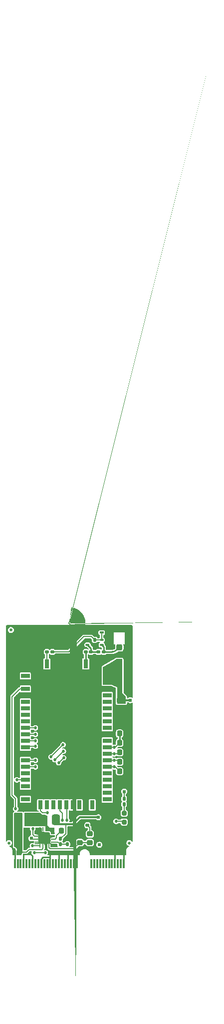
<source format=gbr>
%TF.GenerationSoftware,KiCad,Pcbnew,8.0.8+1*%
%TF.CreationDate,2025-01-22T08:35:02-05:00*%
%TF.ProjectId,cellularBoard,63656c6c-756c-4617-9242-6f6172642e6b,rev?*%
%TF.SameCoordinates,Original*%
%TF.FileFunction,Copper,L1,Top*%
%TF.FilePolarity,Positive*%
%FSLAX46Y46*%
G04 Gerber Fmt 4.6, Leading zero omitted, Abs format (unit mm)*
G04 Created by KiCad (PCBNEW 8.0.8+1) date 2025-01-22 08:35:02*
%MOMM*%
%LPD*%
G01*
G04 APERTURE LIST*
G04 Aperture macros list*
%AMRoundRect*
0 Rectangle with rounded corners*
0 $1 Rounding radius*
0 $2 $3 $4 $5 $6 $7 $8 $9 X,Y pos of 4 corners*
0 Add a 4 corners polygon primitive as box body*
4,1,4,$2,$3,$4,$5,$6,$7,$8,$9,$2,$3,0*
0 Add four circle primitives for the rounded corners*
1,1,$1+$1,$2,$3*
1,1,$1+$1,$4,$5*
1,1,$1+$1,$6,$7*
1,1,$1+$1,$8,$9*
0 Add four rect primitives between the rounded corners*
20,1,$1+$1,$2,$3,$4,$5,0*
20,1,$1+$1,$4,$5,$6,$7,0*
20,1,$1+$1,$6,$7,$8,$9,0*
20,1,$1+$1,$8,$9,$2,$3,0*%
%AMFreePoly0*
4,1,129,0.331476,2.729949,0.658118,2.670090,0.975163,2.571295,1.277989,2.435004,1.562178,2.263206,1.823587,2.058405,2.058405,1.823587,2.263206,1.562178,2.435004,1.277989,2.571295,0.975163,2.670090,0.658118,2.729949,0.331476,2.750000,0.000000,2.747491,-0.166193,2.732458,-0.289997,2.729949,-0.331476,2.722458,-0.372351,2.707427,-0.496154,2.677580,-0.617241,2.670090,-0.658118,
2.657730,-0.697782,2.627882,-0.818881,2.583657,-0.935489,2.571295,-0.975163,2.554237,-1.013062,2.510016,-1.129667,2.452065,-1.240079,2.435004,-1.277989,2.413497,-1.313564,2.355549,-1.423979,2.284710,-1.526604,2.263206,-1.562178,2.237570,-1.594899,2.166733,-1.697527,2.084033,-1.790874,2.058405,-1.823587,2.029019,-1.852972,1.946321,-1.946321,1.852972,-2.029019,1.823587,-2.058405,
1.790874,-2.084033,1.697527,-2.166733,1.594899,-2.237570,1.562178,-2.263206,1.526604,-2.284710,1.423979,-2.355549,1.313564,-2.413497,1.277989,-2.435004,1.240079,-2.452065,1.129667,-2.510016,1.013062,-2.554237,0.975163,-2.571295,0.935489,-2.583657,0.818881,-2.627882,0.697785,-2.657729,0.658118,-2.670090,0.617241,-2.677580,0.496154,-2.707427,0.372351,-2.722458,0.331476,-2.729949,
0.289997,-2.732458,0.166193,-2.747491,0.041478,-2.747491,0.000000,-2.750000,-0.041478,-2.747491,-0.166193,-2.747491,-0.289997,-2.732458,-0.331476,-2.729949,-0.372351,-2.722458,-0.496154,-2.707427,-0.617241,-2.677580,-0.658118,-2.670090,-0.697785,-2.657729,-0.818881,-2.627882,-0.935489,-2.583657,-0.975163,-2.571295,-1.013062,-2.554237,-1.129667,-2.510016,-1.240079,-2.452065,-1.277989,-2.435004,
-1.313564,-2.413497,-1.423979,-2.355549,-1.526604,-2.284710,-1.562178,-2.263206,-1.594899,-2.237570,-1.697527,-2.166733,-1.790874,-2.084033,-1.823587,-2.058405,-1.852972,-2.029019,-1.946321,-1.946321,-2.029019,-1.852972,-2.058405,-1.823587,-2.084033,-1.790874,-2.166733,-1.697527,-2.237570,-1.594899,-2.263206,-1.562178,-2.284710,-1.526604,-2.355549,-1.423979,-2.413497,-1.313564,-2.435004,-1.277989,
-2.452065,-1.240079,-2.510016,-1.129667,-2.554237,-1.013062,-2.571295,-0.975163,-2.583657,-0.935489,-2.627882,-0.818881,-2.657730,-0.697782,-2.670090,-0.658118,-2.677580,-0.617241,-2.707427,-0.496154,-2.722458,-0.372351,-2.729949,-0.331476,-2.732458,-0.289997,-2.747491,-0.166193,-2.750000,0.000000,-2.729949,0.331476,-2.670090,0.658118,-2.571295,0.975163,-2.435004,1.277989,-2.263206,1.562178,
-2.058405,1.823587,-1.823587,2.058405,-1.562178,2.263206,-1.277989,2.435004,-0.975163,2.571295,-0.658118,2.670090,-0.331476,2.729949,0.000000,2.750000,0.331476,2.729949,0.331476,2.729949,$1*%
G04 Aperture macros list end*
%TA.AperFunction,Conductor*%
%ADD10C,0.296000*%
%TD*%
%TA.AperFunction,SMDPad,CuDef*%
%ADD11C,0.500000*%
%TD*%
%TA.AperFunction,SMDPad,CuDef*%
%ADD12RoundRect,0.093750X0.231250X-0.093750X0.231250X0.093750X-0.231250X0.093750X-0.231250X-0.093750X0*%
%TD*%
%TA.AperFunction,SMDPad,CuDef*%
%ADD13RoundRect,0.212500X-0.212500X-0.737500X0.212500X-0.737500X0.212500X0.737500X-0.212500X0.737500X0*%
%TD*%
%TA.AperFunction,SMDPad,CuDef*%
%ADD14RoundRect,0.200000X0.200000X-0.200000X0.200000X0.200000X-0.200000X0.200000X-0.200000X-0.200000X0*%
%TD*%
%TA.AperFunction,SMDPad,CuDef*%
%ADD15RoundRect,0.217750X-0.217750X-0.267250X0.217750X-0.267250X0.217750X0.267250X-0.217750X0.267250X0*%
%TD*%
%TA.AperFunction,SMDPad,CuDef*%
%ADD16RoundRect,0.217750X0.267250X-0.217750X0.267250X0.217750X-0.267250X0.217750X-0.267250X-0.217750X0*%
%TD*%
%TA.AperFunction,ComponentPad*%
%ADD17FreePoly0,0.000000*%
%TD*%
%TA.AperFunction,SMDPad,CuDef*%
%ADD18RoundRect,0.145000X-0.155000X-0.145000X0.155000X-0.145000X0.155000X0.145000X-0.155000X0.145000X0*%
%TD*%
%TA.AperFunction,SMDPad,CuDef*%
%ADD19RoundRect,0.145000X-0.145000X0.167500X-0.145000X-0.167500X0.145000X-0.167500X0.145000X0.167500X0*%
%TD*%
%TA.AperFunction,SMDPad,CuDef*%
%ADD20RoundRect,0.145000X-0.167500X-0.145000X0.167500X-0.145000X0.167500X0.145000X-0.167500X0.145000X0*%
%TD*%
%TA.AperFunction,SMDPad,CuDef*%
%ADD21RoundRect,0.145000X0.145000X-0.155000X0.145000X0.155000X-0.145000X0.155000X-0.145000X-0.155000X0*%
%TD*%
%TA.AperFunction,SMDPad,CuDef*%
%ADD22RoundRect,0.278750X-0.453750X0.278750X-0.453750X-0.278750X0.453750X-0.278750X0.453750X0.278750X0*%
%TD*%
%TA.AperFunction,SMDPad,CuDef*%
%ADD23RoundRect,0.050000X-0.250000X-0.070000X0.250000X-0.070000X0.250000X0.070000X-0.250000X0.070000X0*%
%TD*%
%TA.AperFunction,SMDPad,CuDef*%
%ADD24RoundRect,0.050000X0.070000X-0.250000X0.070000X0.250000X-0.070000X0.250000X-0.070000X-0.250000X0*%
%TD*%
%TA.AperFunction,SMDPad,CuDef*%
%ADD25RoundRect,0.050000X0.250000X0.070000X-0.250000X0.070000X-0.250000X-0.070000X0.250000X-0.070000X0*%
%TD*%
%TA.AperFunction,SMDPad,CuDef*%
%ADD26RoundRect,0.050000X-0.070000X0.250000X-0.070000X-0.250000X0.070000X-0.250000X0.070000X0.250000X0*%
%TD*%
%TA.AperFunction,SMDPad,CuDef*%
%ADD27RoundRect,0.050000X-0.780000X-0.780000X0.780000X-0.780000X0.780000X0.780000X-0.780000X0.780000X0*%
%TD*%
%TA.AperFunction,SMDPad,CuDef*%
%ADD28RoundRect,0.145000X0.155000X0.145000X-0.155000X0.145000X-0.155000X-0.145000X0.155000X-0.145000X0*%
%TD*%
%TA.AperFunction,SMDPad,CuDef*%
%ADD29RoundRect,0.145000X-0.145000X0.155000X-0.145000X-0.155000X0.145000X-0.155000X0.145000X0.155000X0*%
%TD*%
%TA.AperFunction,SMDPad,CuDef*%
%ADD30RoundRect,0.335000X0.335000X0.565000X-0.335000X0.565000X-0.335000X-0.565000X0.335000X-0.565000X0*%
%TD*%
%TA.AperFunction,SMDPad,CuDef*%
%ADD31R,1.501140X0.800100*%
%TD*%
%TA.AperFunction,SMDPad,CuDef*%
%ADD32R,0.800100X1.501140*%
%TD*%
%TA.AperFunction,SMDPad,CuDef*%
%ADD33R,0.899160X1.501140*%
%TD*%
%TA.AperFunction,SMDPad,CuDef*%
%ADD34R,1.099820X1.099820*%
%TD*%
%TA.AperFunction,SMDPad,CuDef*%
%ADD35R,0.350000X1.500000*%
%TD*%
%TA.AperFunction,SMDPad,CuDef*%
%ADD36RoundRect,0.250000X0.250000X0.275000X-0.250000X0.275000X-0.250000X-0.275000X0.250000X-0.275000X0*%
%TD*%
%TA.AperFunction,SMDPad,CuDef*%
%ADD37RoundRect,0.262500X0.262500X0.837500X-0.262500X0.837500X-0.262500X-0.837500X0.262500X-0.837500X0*%
%TD*%
%TA.AperFunction,SMDPad,CuDef*%
%ADD38RoundRect,0.100000X-0.250000X0.100000X-0.250000X-0.100000X0.250000X-0.100000X0.250000X0.100000X0*%
%TD*%
%TA.AperFunction,ViaPad*%
%ADD39C,0.527500*%
%TD*%
%TA.AperFunction,ViaPad*%
%ADD40C,0.615000*%
%TD*%
%TA.AperFunction,Conductor*%
%ADD41C,0.250000*%
%TD*%
%TA.AperFunction,Conductor*%
%ADD42C,0.200000*%
%TD*%
%TA.AperFunction,Conductor*%
%ADD43C,0.300000*%
%TD*%
%TA.AperFunction,Conductor*%
%ADD44C,0.256500*%
%TD*%
G04 APERTURE END LIST*
D10*
%TO.N,/ANT_IN*%
X148100000Y-82448528D02*
G75*
G02*
X147251472Y-82800000I-848525J848519D01*
G01*
%TD*%
D11*
%TO.P,REF\u002A\u002A,*%
%TO.N,*%
X150200000Y-115200000D03*
%TD*%
D12*
%TO.P,L3,1*%
%TO.N,/ANT_IN*%
X145500000Y-81625000D03*
%TO.P,L3,2*%
%TO.N,Net-(C19-Pad1)*%
X145500000Y-80800000D03*
%TD*%
D13*
%TO.P,L1,1*%
%TO.N,+3V3*%
X131425000Y-111250000D03*
%TO.P,L1,2*%
%TO.N,/SW*%
X132875000Y-111250000D03*
%TD*%
D14*
%TO.P,D2,1*%
%TO.N,Net-(D2-Pad1)*%
X149300000Y-110150000D03*
%TO.P,D2,2*%
%TO.N,Net-(D2-Pad2)*%
X149300000Y-111650000D03*
%TD*%
D11*
%TO.P,REF\u002A\u002A,*%
%TO.N,*%
X129800000Y-115200000D03*
%TD*%
D15*
%TO.P,C7,1*%
%TO.N,+3V8*%
X148550000Y-84500000D03*
%TO.P,C7,2*%
%TO.N,VSS*%
X150050000Y-84500000D03*
%TD*%
%TO.P,C6,1*%
%TO.N,+3V8*%
X148550000Y-86100000D03*
%TO.P,C6,2*%
%TO.N,VSS*%
X150050000Y-86100000D03*
%TD*%
%TO.P,C14,1*%
%TO.N,/SIM_IO*%
X148550000Y-101450000D03*
%TO.P,C14,2*%
%TO.N,VSS*%
X150050000Y-101450000D03*
%TD*%
D12*
%TO.P,L2,1*%
%TO.N,Net-(C12-Pad2)*%
X143100000Y-81612500D03*
%TO.P,L2,2*%
%TO.N,VSS*%
X143100000Y-80787500D03*
%TD*%
D16*
%TO.P,C11,1*%
%TO.N,Net-(U1-COMP)*%
X143475000Y-115150000D03*
%TO.P,C11,2*%
%TO.N,Net-(C11-Pad2)*%
X143475000Y-113650000D03*
%TD*%
D15*
%TO.P,C9,1*%
%TO.N,Net-(U1-SS)*%
X138650000Y-113150000D03*
%TO.P,C9,2*%
%TO.N,VSS*%
X140150000Y-113150000D03*
%TD*%
D17*
%TO.P,J2,1*%
%TO.N,VSS*%
X140000000Y-78000000D03*
%TD*%
D18*
%TO.P,R8,1*%
%TO.N,/ANT_DET*%
X136200000Y-82800000D03*
%TO.P,R8,2*%
%TO.N,Net-(C19-Pad1)*%
X137130000Y-82800000D03*
%TD*%
D19*
%TO.P,C19,1*%
%TO.N,Net-(C19-Pad1)*%
X144300000Y-80763000D03*
%TO.P,C19,2*%
%TO.N,VSS*%
X144300000Y-81637000D03*
%TD*%
D15*
%TO.P,C1,1*%
%TO.N,+3V3*%
X131275000Y-115250000D03*
%TO.P,C1,2*%
%TO.N,VSS*%
X132775000Y-115250000D03*
%TD*%
D16*
%TO.P,C10,1*%
%TO.N,Net-(U1-COMP)*%
X141775000Y-115150000D03*
%TO.P,C10,2*%
%TO.N,VSS*%
X141775000Y-113650000D03*
%TD*%
D20*
%TO.P,C12,1*%
%TO.N,/RF_IN*%
X142800000Y-82800000D03*
%TO.P,C12,2*%
%TO.N,Net-(C12-Pad2)*%
X143674000Y-82800000D03*
%TD*%
D15*
%TO.P,C4,1*%
%TO.N,+3V8*%
X148550000Y-89300000D03*
%TO.P,C4,2*%
%TO.N,VSS*%
X150050000Y-89300000D03*
%TD*%
%TO.P,C5,1*%
%TO.N,+3V8*%
X148550000Y-87700000D03*
%TO.P,C5,2*%
%TO.N,VSS*%
X150050000Y-87700000D03*
%TD*%
D21*
%TO.P,R5,1*%
%TO.N,Net-(U1-FB)*%
X139650000Y-115415000D03*
%TO.P,R5,2*%
%TO.N,VSS*%
X139650000Y-114485000D03*
%TD*%
D15*
%TO.P,C17,1*%
%TO.N,VSIM*%
X148550000Y-96650000D03*
%TO.P,C17,2*%
%TO.N,VSS*%
X150050000Y-96650000D03*
%TD*%
D22*
%TO.P,C3,1*%
%TO.N,+3V8*%
X148850000Y-91000000D03*
%TO.P,C3,2*%
%TO.N,VSS*%
X148850000Y-92700000D03*
%TD*%
D23*
%TO.P,U1,1,PGND*%
%TO.N,VSS*%
X134400000Y-113550000D03*
%TO.P,U1,2,VCC*%
%TO.N,Net-(U1-VCC)*%
X134400000Y-114050000D03*
%TO.P,U1,3,BIAS*%
%TO.N,+3V3*%
X134400000Y-114550000D03*
%TO.P,U1,4,PGOOD*%
%TO.N,unconnected-(U1-PGOOD-Pad4)*%
X134400000Y-115050000D03*
D24*
%TO.P,U1,5,RT*%
%TO.N,Net-(U1-RT)*%
X135050000Y-115700000D03*
%TO.P,U1,6,UVLO*%
%TO.N,+3V3*%
X135550000Y-115700000D03*
%TO.P,U1,7,AGND*%
%TO.N,VSS*%
X136050000Y-115700000D03*
%TO.P,U1,8,COMP*%
%TO.N,Net-(U1-COMP)*%
X136550000Y-115700000D03*
D25*
%TO.P,U1,9,FB*%
%TO.N,Net-(U1-FB)*%
X137200000Y-115050000D03*
%TO.P,U1,10,SS*%
%TO.N,Net-(U1-SS)*%
X137200000Y-114550000D03*
%TO.P,U1,11,MODE*%
%TO.N,VSS*%
X137200000Y-114050000D03*
%TO.P,U1,12,SW*%
%TO.N,/SW*%
X137200000Y-113550000D03*
D26*
%TO.P,U1,13,SW*%
X136550000Y-112900000D03*
%TO.P,U1,14,SW*%
X136050000Y-112900000D03*
%TO.P,U1,15,NC*%
%TO.N,unconnected-(U1-NC-Pad15)*%
X135550000Y-112900000D03*
%TO.P,U1,16,PGND*%
%TO.N,VSS*%
X135050000Y-112900000D03*
D27*
%TO.P,U1,17,AGND*%
X135800000Y-114300000D03*
%TD*%
D28*
%TO.P,R7,1*%
%TO.N,Net-(C11-Pad2)*%
X143090000Y-112200000D03*
%TO.P,R7,2*%
%TO.N,VSS*%
X142160000Y-112200000D03*
%TD*%
D29*
%TO.P,R1,1*%
%TO.N,+3V8*%
X138450000Y-114500000D03*
%TO.P,R1,2*%
%TO.N,Net-(U1-FB)*%
X138450000Y-115430000D03*
%TD*%
D30*
%TO.P,D1,1*%
%TO.N,/SW*%
X134870000Y-111250000D03*
%TO.P,D1,2*%
%TO.N,+3V8*%
X137730000Y-111250000D03*
%TD*%
D11*
%TO.P,REF\u002A\u002A,*%
%TO.N,*%
X130100000Y-79100000D03*
%TD*%
D15*
%TO.P,C16,1*%
%TO.N,/SIM_RST*%
X148550000Y-99850000D03*
%TO.P,C16,2*%
%TO.N,VSS*%
X150050000Y-99850000D03*
%TD*%
D29*
%TO.P,R2,1*%
%TO.N,+3V8*%
X149300000Y-107700000D03*
%TO.P,R2,2*%
%TO.N,Net-(D2-Pad1)*%
X149300000Y-108630000D03*
%TD*%
D15*
%TO.P,C15,1*%
%TO.N,/SIM_CLK*%
X148550000Y-103050000D03*
%TO.P,C15,2*%
%TO.N,VSS*%
X150050000Y-103050000D03*
%TD*%
%TO.P,C2,1*%
%TO.N,+3V3*%
X131275000Y-113600000D03*
%TO.P,C2,2*%
%TO.N,VSS*%
X132775000Y-113600000D03*
%TD*%
D31*
%TO.P,U2,1,GND*%
%TO.N,VSS*%
X132549290Y-85801800D03*
%TO.P,U2,2,RSVD*%
%TO.N,unconnected-(U2-RSVD-Pad2)*%
X132549290Y-86901620D03*
%TO.P,U2,3,GND*%
%TO.N,VSS*%
X132549290Y-88001440D03*
%TO.P,U2,4,V_INT*%
%TO.N,+1V8*%
X132549290Y-89101260D03*
%TO.P,U2,5,GND*%
%TO.N,VSS*%
X132549290Y-90201080D03*
%TO.P,U2,6,DSR*%
%TO.N,unconnected-(U2-DSR-Pad6)*%
X132549290Y-91300900D03*
%TO.P,U2,7,RI*%
%TO.N,unconnected-(U2-RI-Pad7)*%
X132549290Y-92400720D03*
%TO.P,U2,8,DCD*%
%TO.N,unconnected-(U2-DCD-Pad8)*%
X132549290Y-93500540D03*
%TO.P,U2,9,DTR*%
%TO.N,unconnected-(U2-DTR-Pad9)*%
X132549290Y-94600360D03*
%TO.P,U2,10,RTS*%
%TO.N,/SARA_RTS_1V8*%
X132549290Y-95700180D03*
%TO.P,U2,11,CTS*%
%TO.N,/SARA_CTS_1V8*%
X132549290Y-96800000D03*
%TO.P,U2,12,TXD*%
%TO.N,/SARA_TXD_1V8*%
X132549290Y-97899820D03*
%TO.P,U2,13,RXD*%
%TO.N,/SARA_RXD_1V8*%
X132549290Y-98999640D03*
%TO.P,U2,14,GND*%
%TO.N,VSS*%
X132549290Y-100099460D03*
%TO.P,U2,15,PWR_ON*%
%TO.N,/SLEEP*%
X132549290Y-101199280D03*
%TO.P,U2,16,GPIO1*%
%TO.N,/NETWORK_STS*%
X132549290Y-102299100D03*
%TO.P,U2,17,VUSB_DET*%
%TO.N,unconnected-(U2-VUSB_DET-Pad17)*%
X132549290Y-103398920D03*
%TO.P,U2,18,RESET_N*%
%TO.N,/RESET_N*%
X132549290Y-104498740D03*
%TO.P,U2,19,GPIO6*%
%TO.N,unconnected-(U2-GPIO6-Pad19)*%
X132549290Y-105598560D03*
%TO.P,U2,20,GND*%
%TO.N,VSS*%
X132549290Y-106698380D03*
%TO.P,U2,21,ADC*%
%TO.N,unconnected-(U2-ADC-Pad21)*%
X132549290Y-107798200D03*
D32*
%TO.P,U2,22,GND*%
%TO.N,VSS*%
X134000900Y-108750700D03*
%TO.P,U2,23,GPIO2*%
%TO.N,/MODULE_STS*%
X135100720Y-108750700D03*
%TO.P,U2,24,GPIO3*%
%TO.N,unconnected-(U2-GPIO3-Pad24)*%
X136200540Y-108750700D03*
%TO.P,U2,25,GPIO4*%
%TO.N,unconnected-(U2-GPIO4-Pad25)*%
X137300360Y-108750700D03*
%TO.P,U2,26,SDA*%
%TO.N,/SARA_SDA_1V8*%
X138400180Y-108750700D03*
%TO.P,U2,27,SCL*%
%TO.N,/SARA_SCL_1V8*%
X139500000Y-108750700D03*
%TO.P,U2,28,USB_D-*%
%TO.N,unconnected-(U2-USB_D--Pad28)*%
X140599820Y-108750700D03*
%TO.P,U2,29,USB_D+*%
%TO.N,unconnected-(U2-USB_D+-Pad29)*%
X141699640Y-108750700D03*
%TO.P,U2,30,GND*%
%TO.N,VSS*%
X142799460Y-108750700D03*
%TO.P,U2,31,ANT_GNSS*%
%TO.N,unconnected-(U2-ANT_GNSS-Pad31)*%
X143899280Y-108750700D03*
%TO.P,U2,32,GND*%
%TO.N,VSS*%
X144999100Y-108750700D03*
D31*
%TO.P,U2,33,EXT_INT*%
%TO.N,unconnected-(U2-EXT_INT-Pad33)*%
X146450710Y-107798200D03*
%TO.P,U2,34,RFCTRL_1*%
%TO.N,unconnected-(U2-RFCTRL_1-Pad34)*%
X146450710Y-106698380D03*
%TO.P,U2,35,RFCTRL_2*%
%TO.N,unconnected-(U2-RFCTRL_2-Pad35)*%
X146450710Y-105598560D03*
%TO.P,U2,36,GPIO7*%
%TO.N,unconnected-(U2-GPIO7-Pad36)*%
X146450710Y-104498740D03*
%TO.P,U2,37,GPIO8*%
%TO.N,unconnected-(U2-GPIO8-Pad37)*%
X146450710Y-103398920D03*
%TO.P,U2,38,SIM_CLK*%
%TO.N,/SIM_CLK*%
X146450710Y-102299100D03*
%TO.P,U2,39,SIM_IO*%
%TO.N,/SIM_IO*%
X146450710Y-101199280D03*
%TO.P,U2,40,SIM_RST*%
%TO.N,/SIM_RST*%
X146450710Y-100099460D03*
%TO.P,U2,41,VSIM*%
%TO.N,VSIM*%
X146450710Y-98999640D03*
%TO.P,U2,42,GPIO5*%
%TO.N,unconnected-(U2-GPIO5-Pad42)*%
X146450710Y-97899820D03*
%TO.P,U2,43,GND*%
%TO.N,VSS*%
X146450710Y-96800000D03*
%TO.P,U2,44,SDIO_D2*%
%TO.N,unconnected-(U2-SDIO_D2-Pad44)*%
X146450710Y-95700180D03*
%TO.P,U2,45,SDIO_CLK*%
%TO.N,unconnected-(U2-SDIO_CLK-Pad45)*%
X146450710Y-94600360D03*
%TO.P,U2,46,SDIO_CMD*%
%TO.N,unconnected-(U2-SDIO_CMD-Pad46)*%
X146450710Y-93500540D03*
%TO.P,U2,47,SDIO_D0*%
%TO.N,unconnected-(U2-SDIO_D0-Pad47)*%
X146450710Y-92400720D03*
%TO.P,U2,48,SDIO_D3*%
%TO.N,unconnected-(U2-SDIO_D3-Pad48)*%
X146450710Y-91300900D03*
%TO.P,U2,49,SDIO_D1*%
%TO.N,unconnected-(U2-SDIO_D1-Pad49)*%
X146450710Y-90201080D03*
%TO.P,U2,50,GND*%
%TO.N,VSS*%
X146450710Y-89101260D03*
%TO.P,U2,51,VCC*%
%TO.N,+3V8*%
X146450710Y-88001440D03*
%TO.P,U2,52,VCC*%
X146450710Y-86901620D03*
%TO.P,U2,53,VCC*%
X146450710Y-85801800D03*
D32*
%TO.P,U2,54,GND*%
%TO.N,VSS*%
X144999100Y-84849300D03*
D33*
%TO.P,U2,55,GND*%
X143950080Y-84849300D03*
D32*
%TO.P,U2,56,ANT*%
%TO.N,/RF_IN*%
X142799460Y-84849300D03*
D33*
%TO.P,U2,57,GND*%
%TO.N,VSS*%
X141648840Y-84849300D03*
D32*
%TO.P,U2,58,GND*%
X140599820Y-84849300D03*
%TO.P,U2,59,GND*%
X139500000Y-84849300D03*
%TO.P,U2,60,GND*%
X138400180Y-84849300D03*
%TO.P,U2,61,GND*%
X137300360Y-84849300D03*
%TO.P,U2,62,ANT_DET*%
%TO.N,/ANT_DET*%
X136200540Y-84849300D03*
%TO.P,U2,63,GND*%
%TO.N,VSS*%
X135100720Y-84849300D03*
%TO.P,U2,64,GND*%
X134000900Y-84849300D03*
D34*
%TO.P,U2,65,GND*%
X134248550Y-86551100D03*
%TO.P,U2,66,GND*%
X136349130Y-86551100D03*
%TO.P,U2,67,GND*%
X138449710Y-86551100D03*
%TO.P,U2,68,GND*%
X140550290Y-86551100D03*
%TO.P,U2,69,GND*%
X142650870Y-86551100D03*
%TO.P,U2,70,GND*%
X144751450Y-86551100D03*
%TO.P,U2,71,GND*%
X134248550Y-88351960D03*
%TO.P,U2,72,GND*%
X136349130Y-88351960D03*
%TO.P,U2,73,GND*%
X138449710Y-88351960D03*
%TO.P,U2,74,GND*%
X140550290Y-88351960D03*
%TO.P,U2,75,GND*%
X142650870Y-88351960D03*
%TO.P,U2,76,GND*%
X144751450Y-88351960D03*
%TO.P,U2,77,GND*%
X134248550Y-90152820D03*
%TO.P,U2,78,GND*%
X144751450Y-90152820D03*
%TO.P,U2,79,GND*%
X134248550Y-93752000D03*
%TO.P,U2,80,GND*%
X144751450Y-93752000D03*
%TO.P,U2,81,GND*%
X134248550Y-99848000D03*
%TO.P,U2,82,GND*%
X144751450Y-99848000D03*
%TO.P,U2,83,GND*%
X134248550Y-103447180D03*
%TO.P,U2,84,GND*%
X144751450Y-103447180D03*
%TO.P,U2,85,GND*%
X134248550Y-105248040D03*
%TO.P,U2,86,GND*%
X136349130Y-105248040D03*
%TO.P,U2,87,GND*%
X138449710Y-105248040D03*
%TO.P,U2,88,GND*%
X140550290Y-105248040D03*
%TO.P,U2,89,GND*%
X142650870Y-105248040D03*
%TO.P,U2,90,GND*%
X144751450Y-105248040D03*
%TO.P,U2,91,GND*%
X134248550Y-107048900D03*
%TO.P,U2,92,GND*%
X136349130Y-107048900D03*
%TO.P,U2,93,GND*%
X138449710Y-107048900D03*
%TO.P,U2,94,GND*%
X140550290Y-107048900D03*
%TO.P,U2,95,GND*%
X142650870Y-107048900D03*
%TO.P,U2,96,GND*%
X144751450Y-107048900D03*
%TD*%
D35*
%TO.P,J1,1,GND*%
%TO.N,VSS*%
X149250000Y-118750000D03*
%TO.P,J1,3,USB_D+*%
%TO.N,unconnected-(J1-USB_D+-Pad3)*%
X148750000Y-118750000D03*
%TO.P,J1,5,USB_D-*%
%TO.N,unconnected-(J1-USB_D--Pad5)*%
X148250000Y-118750000D03*
%TO.P,J1,7,GND*%
%TO.N,VSS*%
X147750000Y-118750000D03*
%TO.P,J1,9,SDIO_CLK*%
%TO.N,unconnected-(J1-SDIO_CLK-Pad9)*%
X147250000Y-118750000D03*
%TO.P,J1,11,SDIO_CMD*%
%TO.N,unconnected-(J1-SDIO_CMD-Pad11)*%
X146750000Y-118750000D03*
%TO.P,J1,13,SDIO_DATA0*%
%TO.N,unconnected-(J1-SDIO_DATA0-Pad13)*%
X146250000Y-118750000D03*
%TO.P,J1,15,SDIO_DATA1*%
%TO.N,unconnected-(J1-SDIO_DATA1-Pad15)*%
X145750000Y-118750000D03*
%TO.P,J1,17,SDIO_DATA2*%
%TO.N,unconnected-(J1-SDIO_DATA2-Pad17)*%
X145250000Y-118750000D03*
%TO.P,J1,19,SDIO_DATA3*%
%TO.N,unconnected-(J1-SDIO_DATA3-Pad19)*%
X144750000Y-118750000D03*
%TO.P,J1,21,~{SDIO_WAKE}*%
%TO.N,unconnected-(J1-~{SDIO_WAKE}-Pad21)*%
X144250000Y-118750000D03*
%TO.P,J1,23,~{SDIO_RESET}*%
%TO.N,unconnected-(J1-~{SDIO_RESET}-Pad23)*%
X143750000Y-118750000D03*
%TO.P,J1,33,GND*%
%TO.N,VSS*%
X141250000Y-118750000D03*
%TO.P,J1,35,PETp0*%
%TO.N,unconnected-(J1-PETp0-Pad35)*%
X140750000Y-118750000D03*
%TO.P,J1,37,PETn0*%
%TO.N,unconnected-(J1-PETn0-Pad37)*%
X140250000Y-118750000D03*
%TO.P,J1,39,GND*%
%TO.N,VSS*%
X139750000Y-118750000D03*
%TO.P,J1,41,PERp0*%
%TO.N,unconnected-(J1-PERp0-Pad41)*%
X139250000Y-118750000D03*
%TO.P,J1,43,PERn0*%
%TO.N,unconnected-(J1-PERn0-Pad43)*%
X138750000Y-118750000D03*
%TO.P,J1,45,GND*%
%TO.N,VSS*%
X138250000Y-118750000D03*
%TO.P,J1,47,REFCLKp0*%
%TO.N,unconnected-(J1-REFCLKp0-Pad47)*%
X137750000Y-118750000D03*
%TO.P,J1,49,REFCLKn0*%
%TO.N,unconnected-(J1-REFCLKn0-Pad49)*%
X137250000Y-118750000D03*
%TO.P,J1,51,GND*%
%TO.N,VSS*%
X136750000Y-118750000D03*
%TO.P,J1,53,~{CLKREQ0}*%
%TO.N,unconnected-(J1-~{CLKREQ0}-Pad53)*%
X136250000Y-118750000D03*
%TO.P,J1,55,~{PEWAKE0}*%
%TO.N,unconnected-(J1-~{PEWAKE0}-Pad55)*%
X135750000Y-118750000D03*
%TO.P,J1,57,GND*%
%TO.N,VSS*%
X135250000Y-118750000D03*
%TO.P,J1,59,RESERVED/PETp1*%
%TO.N,unconnected-(J1-RESERVED{slash}PETp1-Pad59)*%
X134750000Y-118750000D03*
%TO.P,J1,61,RESERVED/PETn1*%
%TO.N,unconnected-(J1-RESERVED{slash}PETn1-Pad61)*%
X134250000Y-118750000D03*
%TO.P,J1,63,GND*%
%TO.N,VSS*%
X133750000Y-118750000D03*
%TO.P,J1,65,RESERVED/PERp1*%
%TO.N,unconnected-(J1-RESERVED{slash}PERp1-Pad65)*%
X133250000Y-118750000D03*
%TO.P,J1,67,RESERVED/PERn1*%
%TO.N,unconnected-(J1-RESERVED{slash}PERn1-Pad67)*%
X132750000Y-118750000D03*
%TO.P,J1,69,GND*%
%TO.N,VSS*%
X132250000Y-118750000D03*
%TO.P,J1,71,RESERVED/REFCLKp1*%
%TO.N,unconnected-(J1-RESERVED{slash}REFCLKp1-Pad71)*%
X131750000Y-118750000D03*
%TO.P,J1,73,RESERVED/REFCLKn1*%
%TO.N,unconnected-(J1-RESERVED{slash}REFCLKn1-Pad73)*%
X131250000Y-118750000D03*
%TO.P,J1,75,GND*%
%TO.N,VSS*%
X130750000Y-118750000D03*
%TD*%
D36*
%TO.P,AE1,1,A*%
%TO.N,/ANT_IN*%
X148500000Y-82025000D03*
D37*
%TO.P,AE1,2,Shield*%
%TO.N,VSS*%
X149975000Y-80500000D03*
D36*
X148500000Y-78975000D03*
D37*
X147025000Y-80500000D03*
%TD*%
D38*
%TO.P,D7,1*%
%TO.N,VSS*%
X145500000Y-78850000D03*
%TO.P,D7,2*%
%TO.N,Net-(C19-Pad1)*%
X145500000Y-79550000D03*
%TD*%
D15*
%TO.P,C18,1*%
%TO.N,VSIM*%
X148550000Y-98250000D03*
%TO.P,C18,2*%
%TO.N,VSS*%
X150050000Y-98250000D03*
%TD*%
D20*
%TO.P,C13,1*%
%TO.N,Net-(C12-Pad2)*%
X144963000Y-82800000D03*
%TO.P,C13,2*%
%TO.N,/ANT_IN*%
X145837000Y-82800000D03*
%TD*%
D39*
%TO.N,VSS*%
X129750000Y-112800000D03*
X147950000Y-110250000D03*
X139500000Y-106150000D03*
X144750000Y-92700000D03*
X137100000Y-116900000D03*
X143300000Y-116150000D03*
X132000000Y-109500000D03*
X135300000Y-89250000D03*
X131200000Y-100100000D03*
X147400000Y-116800000D03*
X135220000Y-113720000D03*
X148450000Y-93750000D03*
X150450000Y-85300000D03*
X138400000Y-116900000D03*
D40*
X149300000Y-103850000D03*
D39*
X129750000Y-114200000D03*
X140200000Y-93700000D03*
X139500000Y-89250000D03*
X147000000Y-78950000D03*
X135300000Y-99900000D03*
X135150000Y-83450000D03*
X135300000Y-87450000D03*
X149250000Y-93750000D03*
X133300000Y-116950000D03*
X130650000Y-116350000D03*
X150450000Y-86900000D03*
X139500000Y-87450000D03*
X136380000Y-114880000D03*
X138400000Y-83450000D03*
X141600000Y-89250000D03*
X135300000Y-106150000D03*
X139500000Y-104350000D03*
X147000000Y-82050000D03*
X150450000Y-88500000D03*
X143700000Y-89250000D03*
X141600000Y-104350000D03*
X131150000Y-85800000D03*
X141650000Y-83450000D03*
X143400000Y-93900000D03*
X149250000Y-94550000D03*
X144600000Y-113800000D03*
X145150000Y-96800000D03*
X136380000Y-113720000D03*
X143700000Y-87450000D03*
X143925000Y-112200000D03*
X141600000Y-93700000D03*
X135800000Y-114300000D03*
X132550000Y-84800000D03*
X141600000Y-87450000D03*
X137400000Y-89250000D03*
X131150000Y-90350000D03*
X149400000Y-116600000D03*
X150450000Y-90100000D03*
X144750000Y-94800000D03*
X132500000Y-116150000D03*
X150450000Y-83700000D03*
X135300000Y-104350000D03*
X150000000Y-82050000D03*
X141600000Y-106150000D03*
X140600000Y-83500000D03*
X144800000Y-78850000D03*
X135300000Y-90150000D03*
X134050000Y-83450000D03*
X148450000Y-94550000D03*
X135220000Y-114880000D03*
X145000000Y-116950000D03*
X146200000Y-78850000D03*
X134250000Y-91200000D03*
X145300000Y-89250000D03*
X142200000Y-81950000D03*
X139500000Y-83450000D03*
D40*
X149300000Y-97450000D03*
D39*
X150000000Y-78950000D03*
X131150000Y-88000000D03*
X130300000Y-108100000D03*
X137750000Y-116900000D03*
X137400000Y-87450000D03*
X143700000Y-106150000D03*
X143700000Y-104350000D03*
D40*
%TO.N,+3V3*%
X145100000Y-115500000D03*
X133550000Y-114425000D03*
X131500000Y-116650000D03*
D39*
%TO.N,+1V8*%
X130900000Y-109400000D03*
%TO.N,Net-(U1-VCC)*%
X133800000Y-112800000D03*
D40*
%TO.N,+3V8*%
X149300000Y-106500000D03*
X144950000Y-110850000D03*
X150350000Y-91000000D03*
D39*
%TO.N,VSIM*%
X147650000Y-98999640D03*
%TO.N,/SIM_IO*%
X147650000Y-101199280D03*
%TO.N,/SIM_CLK*%
X147650000Y-102299100D03*
%TO.N,/SIM_RST*%
X147650000Y-100099460D03*
%TO.N,/RESET_N*%
X131100000Y-104500000D03*
%TO.N,Net-(D2-Pad2)*%
X147950000Y-111550000D03*
%TO.N,/MODULE_STS*%
X136250000Y-110080000D03*
%TO.N,/SARA_RXD_1V8*%
X134250000Y-98800000D03*
%TO.N,/NETWORK_STS*%
X134250000Y-102300000D03*
%TO.N,/SARA_TXD_1V8*%
X134250000Y-97900000D03*
X139050000Y-100750000D03*
X138200000Y-101600000D03*
%TO.N,/SARA_SCL_1V8*%
X139600000Y-111350000D03*
%TO.N,/SARA_RTS_1V8*%
X134250000Y-95700000D03*
X138950000Y-98550000D03*
X136900000Y-100600000D03*
%TO.N,/SLEEP*%
X134250000Y-101200000D03*
%TO.N,/SARA_CTS_1V8*%
X134250000Y-96800000D03*
X137550000Y-101100000D03*
X139000000Y-99650000D03*
%TO.N,/SARA_SDA_1V8*%
X138863750Y-111350000D03*
X134052995Y-116863749D03*
X135936250Y-116850000D03*
%TO.N,Net-(U1-RT)*%
X133750000Y-115700000D03*
%TD*%
D41*
%TO.N,VSS*%
X135500000Y-117600000D02*
X136750000Y-117600000D01*
X149250000Y-118750000D02*
X149250000Y-117100000D01*
X132250000Y-118750000D02*
X132250000Y-117150000D01*
X147750000Y-117050000D02*
X147750000Y-118750000D01*
X130750000Y-118750000D02*
X130750000Y-116450000D01*
X139750000Y-118750000D02*
X139750000Y-117150000D01*
X135250000Y-118750000D02*
X135250000Y-117850000D01*
X133750000Y-118750000D02*
X133750000Y-117400000D01*
X141250000Y-118750000D02*
X141250000Y-117150000D01*
X133750000Y-117400000D02*
X133300000Y-116950000D01*
X130750000Y-116450000D02*
X130650000Y-116350000D01*
X136750000Y-118750000D02*
X136750000Y-117150000D01*
X138250000Y-118750000D02*
X138250000Y-117150000D01*
X135250000Y-117850000D02*
X135500000Y-117600000D01*
D42*
%TO.N,Net-(U1-SS)*%
X137605000Y-114550000D02*
X137200000Y-114550000D01*
X137825000Y-113975000D02*
X137825000Y-114330000D01*
X138650000Y-113150000D02*
X137825000Y-113975000D01*
X137825000Y-114330000D02*
X137605000Y-114550000D01*
%TO.N,+3V3*%
X132725000Y-116725000D02*
X133150000Y-116300000D01*
X131575000Y-116725000D02*
X132725000Y-116725000D01*
X134400000Y-114550000D02*
X133675000Y-114550000D01*
X133675000Y-114550000D02*
X133550000Y-114425000D01*
X131500000Y-116650000D02*
X131575000Y-116725000D01*
X133150000Y-116300000D02*
X135325000Y-116300000D01*
X135325000Y-116300000D02*
X135550000Y-116075000D01*
X135550000Y-116075000D02*
X135550000Y-115700000D01*
%TO.N,+1V8*%
X130300000Y-107100000D02*
X130300000Y-90400000D01*
X130900000Y-107700000D02*
X130300000Y-107100000D01*
X130300000Y-90400000D02*
X131598740Y-89101260D01*
X130900000Y-109400000D02*
X130900000Y-107700000D01*
X131598740Y-89101260D02*
X132549290Y-89101260D01*
%TO.N,Net-(U1-COMP)*%
X141775000Y-115150000D02*
X143475000Y-115150000D01*
X140725000Y-116200000D02*
X141775000Y-115150000D01*
X136775000Y-116200000D02*
X140725000Y-116200000D01*
X136550000Y-115975000D02*
X136775000Y-116200000D01*
%TO.N,Net-(U1-VCC)*%
X133800000Y-113800000D02*
X133800000Y-112800000D01*
X134400000Y-114050000D02*
X134050000Y-114050000D01*
X134050000Y-114050000D02*
X133800000Y-113800000D01*
D43*
%TO.N,+3V8*%
X141750000Y-110850000D02*
X140600000Y-112000000D01*
D42*
X139400000Y-113623242D02*
X138523242Y-114500000D01*
X138523242Y-114500000D02*
X138450000Y-114500000D01*
D43*
X137730000Y-112000000D02*
X137730000Y-111250000D01*
D42*
X139400000Y-112000000D02*
X139400000Y-113623242D01*
D43*
X148850000Y-91000000D02*
X150350000Y-91000000D01*
X144950000Y-110850000D02*
X141750000Y-110850000D01*
D42*
X149300000Y-107700000D02*
X149300000Y-106500000D01*
D43*
X140600000Y-112000000D02*
X137730000Y-112000000D01*
D41*
%TO.N,VSIM*%
X148550000Y-96650000D02*
X148550000Y-98250000D01*
D42*
X147800360Y-98999640D02*
X148550000Y-98250000D01*
X146451070Y-99000000D02*
X146450710Y-98999640D01*
X147650000Y-98999640D02*
X147800360Y-98999640D01*
X146450710Y-98999640D02*
X147650000Y-98999640D01*
%TO.N,Net-(C11-Pad2)*%
X143475000Y-112585000D02*
X143090000Y-112200000D01*
X143475000Y-113650000D02*
X143475000Y-112585000D01*
D10*
%TO.N,/RF_IN*%
X142799460Y-84849300D02*
X142799460Y-82800540D01*
D44*
X142799460Y-82800540D02*
X142800000Y-82800000D01*
D42*
%TO.N,/SIM_IO*%
X148299280Y-101199280D02*
X148550000Y-101450000D01*
X146450710Y-101199280D02*
X147650000Y-101199280D01*
X146451430Y-101200000D02*
X146450710Y-101199280D01*
X147650000Y-101199280D02*
X148299280Y-101199280D01*
%TO.N,/SIM_CLK*%
X147799100Y-102299100D02*
X148550000Y-103050000D01*
X146450710Y-102299100D02*
X147650000Y-102299100D01*
X147650000Y-102299100D02*
X147799100Y-102299100D01*
X146451610Y-102300000D02*
X146450710Y-102299100D01*
%TO.N,/SIM_RST*%
X146450710Y-100099460D02*
X147650000Y-100099460D01*
X147650000Y-100099460D02*
X148300540Y-100099460D01*
X146451250Y-100100000D02*
X146450710Y-100099460D01*
X148300540Y-100099460D02*
X148550000Y-99850000D01*
%TO.N,/ANT_DET*%
X136200000Y-84848760D02*
X136200540Y-84849300D01*
X136200000Y-82800000D02*
X136200000Y-84848760D01*
%TO.N,/RESET_N*%
X131100000Y-104500000D02*
X132548030Y-104500000D01*
X132548030Y-104500000D02*
X132549290Y-104498740D01*
%TO.N,Net-(C19-Pad1)*%
X143737000Y-80200000D02*
X144300000Y-80763000D01*
X144337000Y-80800000D02*
X144300000Y-80763000D01*
X137130000Y-82800000D02*
X139900000Y-82800000D01*
X139900000Y-82800000D02*
X142500000Y-80200000D01*
X145500000Y-79550000D02*
X145500000Y-80800000D01*
X142500000Y-80200000D02*
X143737000Y-80200000D01*
X145500000Y-80800000D02*
X144337000Y-80800000D01*
%TO.N,Net-(D2-Pad2)*%
X149300000Y-111650000D02*
X149200000Y-111550000D01*
X149200000Y-111550000D02*
X147950000Y-111550000D01*
%TO.N,/MODULE_STS*%
X135480000Y-110080000D02*
X135100720Y-109700720D01*
X135100720Y-109700720D02*
X135100720Y-108750700D01*
X136250000Y-110080000D02*
X135480000Y-110080000D01*
%TO.N,/SARA_RXD_1V8*%
X132748930Y-98800000D02*
X134250000Y-98800000D01*
X132549290Y-98999640D02*
X132748930Y-98800000D01*
%TO.N,/NETWORK_STS*%
X132550190Y-102300000D02*
X132549290Y-102299100D01*
X134250000Y-102300000D02*
X132550190Y-102300000D01*
%TO.N,/SARA_TXD_1V8*%
X134250000Y-97900000D02*
X132549470Y-97900000D01*
X132549470Y-97900000D02*
X132549290Y-97899820D01*
X138200000Y-101600000D02*
X139050000Y-100750000D01*
%TO.N,/SARA_SCL_1V8*%
X139600000Y-108850700D02*
X139600000Y-111350000D01*
X139500000Y-108750700D02*
X139600000Y-108850700D01*
%TO.N,/SARA_RTS_1V8*%
X132549470Y-95700000D02*
X132549290Y-95700180D01*
X138950000Y-98550000D02*
X136900000Y-100600000D01*
X134250000Y-95700000D02*
X132549470Y-95700000D01*
%TO.N,/SLEEP*%
X132575010Y-101225000D02*
X132549290Y-101199280D01*
X134249280Y-101199280D02*
X134250000Y-101200000D01*
X132549290Y-101199280D02*
X134249280Y-101199280D01*
%TO.N,/SARA_CTS_1V8*%
X134250000Y-96800000D02*
X132549290Y-96800000D01*
X137550000Y-101100000D02*
X139000000Y-99650000D01*
%TO.N,/SARA_SDA_1V8*%
X135936250Y-116850000D02*
X135922501Y-116863749D01*
X138400180Y-108750700D02*
X138400180Y-109701270D01*
X135922501Y-116863749D02*
X134052995Y-116863749D01*
X138400180Y-109701270D02*
X138863750Y-110164840D01*
X138863750Y-110164840D02*
X138863750Y-111350000D01*
%TO.N,Net-(U1-RT)*%
X135050000Y-115700000D02*
X133750000Y-115700000D01*
%TO.N,Net-(U1-FB)*%
X137200000Y-115050000D02*
X138070000Y-115050000D01*
X138465000Y-115415000D02*
X139650000Y-115415000D01*
X138070000Y-115050000D02*
X138450000Y-115430000D01*
D10*
%TO.N,/ANT_IN*%
X145600000Y-81725000D02*
X145837000Y-81962000D01*
X145500000Y-81625000D02*
X145600000Y-81725000D01*
X145837000Y-82800000D02*
X147251472Y-82800000D01*
X145837000Y-81962000D02*
X145837000Y-82800000D01*
%TO.N,Net-(C12-Pad2)*%
X143674000Y-82800000D02*
X144963000Y-82800000D01*
X143100000Y-81612500D02*
X143674000Y-82186500D01*
X143674000Y-82186500D02*
X143674000Y-82800000D01*
D42*
%TO.N,Net-(D2-Pad1)*%
X149300000Y-110150000D02*
X149300000Y-108630000D01*
%TD*%
%TA.AperFunction,Conductor*%
%TO.N,+3V8*%
G36*
X148981987Y-84018013D02*
G01*
X149000000Y-84061500D01*
X149000000Y-89800000D01*
X149581987Y-90381987D01*
X149600000Y-90425474D01*
X149600000Y-91538500D01*
X149581987Y-91581987D01*
X149538500Y-91600000D01*
X148161500Y-91600000D01*
X148118013Y-91581987D01*
X148100000Y-91538500D01*
X148100000Y-88800000D01*
X148099999Y-88799999D01*
X147200003Y-88400000D01*
X147200000Y-88400000D01*
X145761500Y-88400000D01*
X145718013Y-88381987D01*
X145700000Y-88338500D01*
X145700000Y-85435323D01*
X145718013Y-85391836D01*
X145730510Y-85382202D01*
X147300596Y-84466319D01*
X148085638Y-84008378D01*
X148116626Y-84000000D01*
X148938500Y-84000000D01*
X148981987Y-84018013D01*
G37*
%TD.AperFunction*%
%TD*%
%TA.AperFunction,Conductor*%
%TO.N,+3V3*%
G36*
X132006987Y-110118013D02*
G01*
X132025000Y-110161500D01*
X132025000Y-116889199D01*
X132006987Y-116932686D01*
X131989538Y-116950134D01*
X131989534Y-116950139D01*
X131946682Y-117024362D01*
X131946680Y-117024366D01*
X131924500Y-117107144D01*
X131924500Y-117188500D01*
X131906487Y-117231987D01*
X131863000Y-117250000D01*
X131137000Y-117250000D01*
X131093513Y-117231987D01*
X131075500Y-117188500D01*
X131075500Y-116549219D01*
X131081058Y-116523670D01*
X131089829Y-116504465D01*
X131100025Y-116482139D01*
X131119024Y-116350000D01*
X131100025Y-116217861D01*
X131044568Y-116096426D01*
X130957145Y-115995535D01*
X130957143Y-115995534D01*
X130957141Y-115995532D01*
X130844842Y-115923362D01*
X130844835Y-115923359D01*
X130753108Y-115896426D01*
X130716749Y-115885750D01*
X130711500Y-115885750D01*
X130668013Y-115867737D01*
X130650000Y-115824250D01*
X130650000Y-110161500D01*
X130668013Y-110118013D01*
X130711500Y-110100000D01*
X131963500Y-110100000D01*
X132006987Y-110118013D01*
G37*
%TD.AperFunction*%
%TD*%
%TA.AperFunction,Conductor*%
%TO.N,/SW*%
G36*
X135093042Y-110118013D02*
G01*
X135239540Y-110264511D01*
X135295489Y-110320460D01*
X135364011Y-110360021D01*
X135364015Y-110360022D01*
X135440436Y-110380500D01*
X135440438Y-110380500D01*
X135868008Y-110380500D01*
X135911495Y-110398513D01*
X135914486Y-110401726D01*
X135942853Y-110434463D01*
X135942855Y-110434465D01*
X136055160Y-110506639D01*
X136183251Y-110544250D01*
X136238500Y-110544250D01*
X136281987Y-110562263D01*
X136300000Y-110605750D01*
X136300000Y-112250000D01*
X136675000Y-112600000D01*
X137438500Y-112600000D01*
X137481987Y-112618013D01*
X137500000Y-112661500D01*
X137500000Y-113613500D01*
X137481987Y-113656987D01*
X137438500Y-113675000D01*
X136961500Y-113675000D01*
X136918013Y-113656987D01*
X136900000Y-113613500D01*
X136900000Y-113425000D01*
X136675000Y-113200000D01*
X135986500Y-113200000D01*
X135943013Y-113181987D01*
X135925000Y-113138500D01*
X135925000Y-112400000D01*
X134054349Y-112400000D01*
X134021100Y-112390237D01*
X133994842Y-112373362D01*
X133994835Y-112373359D01*
X133881788Y-112340166D01*
X133866749Y-112335750D01*
X133733251Y-112335750D01*
X133605164Y-112373359D01*
X133605157Y-112373362D01*
X133578900Y-112390237D01*
X133545651Y-112400000D01*
X132411500Y-112400000D01*
X132368013Y-112381987D01*
X132350000Y-112338500D01*
X132350000Y-110161500D01*
X132368013Y-110118013D01*
X132411500Y-110100000D01*
X135049555Y-110100000D01*
X135093042Y-110118013D01*
G37*
%TD.AperFunction*%
%TD*%
%TA.AperFunction,Conductor*%
%TO.N,VSS*%
G36*
X150504778Y-78251256D02*
G01*
X150567478Y-78261187D01*
X150585777Y-78267133D01*
X150637973Y-78293728D01*
X150653540Y-78305038D01*
X150694961Y-78346459D01*
X150706271Y-78362026D01*
X150732866Y-78414222D01*
X150738812Y-78432521D01*
X150748743Y-78495219D01*
X150749500Y-78504840D01*
X150749500Y-90540253D01*
X150731487Y-90583740D01*
X150688000Y-90601753D01*
X150654751Y-90591990D01*
X150563203Y-90533156D01*
X150563196Y-90533153D01*
X150472275Y-90506457D01*
X150423039Y-90492000D01*
X150276961Y-90492000D01*
X150136803Y-90533153D01*
X150136796Y-90533156D01*
X150013913Y-90612128D01*
X150013912Y-90612129D01*
X150013910Y-90612130D01*
X150013910Y-90612131D01*
X149999920Y-90628275D01*
X149957832Y-90649343D01*
X149953444Y-90649500D01*
X149867000Y-90649500D01*
X149823513Y-90631487D01*
X149805500Y-90588000D01*
X149805500Y-90425471D01*
X149805499Y-90425470D01*
X149789858Y-90346838D01*
X149789857Y-90346832D01*
X149771844Y-90303345D01*
X149758928Y-90284015D01*
X149727299Y-90236679D01*
X149223513Y-89732893D01*
X149205500Y-89689406D01*
X149205500Y-84061497D01*
X149205499Y-84061496D01*
X149197345Y-84020505D01*
X149189857Y-83982858D01*
X149189854Y-83982851D01*
X149189853Y-83982847D01*
X149171847Y-83939376D01*
X149171846Y-83939375D01*
X149171844Y-83939373D01*
X149171844Y-83939371D01*
X149135217Y-83881079D01*
X149134002Y-83880217D01*
X149060627Y-83828154D01*
X149017152Y-83810146D01*
X149017135Y-83810141D01*
X148938503Y-83794500D01*
X148938500Y-83794500D01*
X148116626Y-83794500D01*
X148110708Y-83795285D01*
X148062999Y-83801620D01*
X148032006Y-83809999D01*
X147982104Y-83830865D01*
X147982086Y-83830875D01*
X147197051Y-84288812D01*
X145626977Y-85204687D01*
X145626967Y-85204693D01*
X145605052Y-85219443D01*
X145605049Y-85219445D01*
X145592545Y-85229085D01*
X145577991Y-85241170D01*
X145577901Y-85241062D01*
X145571270Y-85246718D01*
X145555588Y-85257197D01*
X145511273Y-85323519D01*
X145511271Y-85323525D01*
X145499640Y-85381998D01*
X145499640Y-85403425D01*
X145498458Y-85415424D01*
X145494500Y-85435321D01*
X145494500Y-88338500D01*
X145498458Y-88358396D01*
X145499640Y-88370396D01*
X145499640Y-88421241D01*
X145511271Y-88479714D01*
X145511272Y-88479718D01*
X145511273Y-88479721D01*
X145555588Y-88546042D01*
X145621909Y-88590357D01*
X145680388Y-88601989D01*
X145680389Y-88601990D01*
X145680392Y-88601990D01*
X145737797Y-88601990D01*
X145749796Y-88603172D01*
X145761498Y-88605500D01*
X145761500Y-88605500D01*
X147143342Y-88605500D01*
X147168319Y-88610801D01*
X147327307Y-88681462D01*
X147857977Y-88917315D01*
X147890401Y-88951437D01*
X147894500Y-88973514D01*
X147894500Y-91538503D01*
X147910141Y-91617135D01*
X147910146Y-91617152D01*
X147928152Y-91660623D01*
X147928153Y-91660624D01*
X147928155Y-91660627D01*
X147928156Y-91660629D01*
X147964783Y-91718921D01*
X147967292Y-91720701D01*
X148039372Y-91771845D01*
X148082847Y-91789853D01*
X148082851Y-91789854D01*
X148082858Y-91789857D01*
X148161496Y-91805499D01*
X148161497Y-91805500D01*
X148161500Y-91805500D01*
X149538503Y-91805500D01*
X149538503Y-91805499D01*
X149617142Y-91789857D01*
X149617152Y-91789853D01*
X149660623Y-91771847D01*
X149660624Y-91771846D01*
X149660623Y-91771846D01*
X149660629Y-91771844D01*
X149718921Y-91735217D01*
X149771844Y-91660629D01*
X149771847Y-91660623D01*
X149789853Y-91617152D01*
X149789853Y-91617150D01*
X149789857Y-91617142D01*
X149805499Y-91538503D01*
X149805500Y-91538503D01*
X149805500Y-91412000D01*
X149823513Y-91368513D01*
X149867000Y-91350500D01*
X149953444Y-91350500D01*
X149996931Y-91368513D01*
X149999905Y-91371706D01*
X150013910Y-91387869D01*
X150136799Y-91466845D01*
X150276961Y-91508000D01*
X150423039Y-91508000D01*
X150563201Y-91466845D01*
X150654752Y-91408008D01*
X150701073Y-91399651D01*
X150739737Y-91426496D01*
X150749500Y-91459746D01*
X150749500Y-114915707D01*
X150731487Y-114959194D01*
X150688000Y-114977207D01*
X150644513Y-114959194D01*
X150632058Y-114941256D01*
X150631533Y-114940108D01*
X150625377Y-114926627D01*
X150531128Y-114817857D01*
X150531125Y-114817855D01*
X150531124Y-114817854D01*
X150410055Y-114740048D01*
X150410048Y-114740045D01*
X150321076Y-114713921D01*
X150271961Y-114699500D01*
X150128039Y-114699500D01*
X149989951Y-114740045D01*
X149989944Y-114740048D01*
X149868875Y-114817854D01*
X149868874Y-114817855D01*
X149774622Y-114926627D01*
X149774622Y-114926628D01*
X149714836Y-115057538D01*
X149714835Y-115057542D01*
X149694353Y-115199999D01*
X149694353Y-115200000D01*
X149714835Y-115342457D01*
X149714836Y-115342461D01*
X149774622Y-115473371D01*
X149774622Y-115473372D01*
X149774623Y-115473373D01*
X149868872Y-115582143D01*
X149989947Y-115659953D01*
X150116413Y-115697086D01*
X150153064Y-115726621D01*
X150158096Y-115773421D01*
X150128561Y-115810072D01*
X150122623Y-115812913D01*
X150069508Y-115834914D01*
X150069503Y-115834917D01*
X149946584Y-115917048D01*
X149842048Y-116021584D01*
X149759917Y-116144503D01*
X149759913Y-116144511D01*
X149703345Y-116281076D01*
X149703340Y-116281093D01*
X149674500Y-116426078D01*
X149674500Y-117188500D01*
X149656487Y-117231987D01*
X149613000Y-117250000D01*
X143537000Y-117250000D01*
X143493513Y-117231987D01*
X143475500Y-117188500D01*
X143475500Y-117010610D01*
X143475500Y-117010609D01*
X143438329Y-116835733D01*
X143400381Y-116750500D01*
X143365615Y-116672414D01*
X143365613Y-116672411D01*
X143365612Y-116672408D01*
X143310408Y-116596427D01*
X143260524Y-116527767D01*
X143260522Y-116527765D01*
X143127668Y-116408143D01*
X143088882Y-116385750D01*
X142972835Y-116318750D01*
X142972834Y-116318749D01*
X142842351Y-116276353D01*
X142802803Y-116263503D01*
X142625000Y-116244815D01*
X142447197Y-116263503D01*
X142277166Y-116318749D01*
X142122331Y-116408143D01*
X141989477Y-116527765D01*
X141989475Y-116527767D01*
X141884391Y-116672402D01*
X141884384Y-116672414D01*
X141811671Y-116835731D01*
X141774500Y-117010609D01*
X141774500Y-117188500D01*
X141756487Y-117231987D01*
X141713000Y-117250000D01*
X136338605Y-117250000D01*
X136295118Y-117231987D01*
X136277105Y-117188500D01*
X136292127Y-117148226D01*
X136323947Y-117111503D01*
X136330818Y-117103574D01*
X136386275Y-116982139D01*
X136405274Y-116850000D01*
X136386275Y-116717861D01*
X136365517Y-116672408D01*
X136360764Y-116662000D01*
X136330818Y-116596426D01*
X136271324Y-116527767D01*
X136243396Y-116495536D01*
X136243391Y-116495532D01*
X136131092Y-116423362D01*
X136131085Y-116423359D01*
X136045277Y-116398164D01*
X136002999Y-116385750D01*
X135869501Y-116385750D01*
X135869500Y-116385750D01*
X135810083Y-116403196D01*
X135763283Y-116398164D01*
X135733748Y-116361513D01*
X135738780Y-116314713D01*
X135749264Y-116300706D01*
X135790460Y-116259511D01*
X135798945Y-116244815D01*
X135830021Y-116190989D01*
X135842477Y-116144503D01*
X135850500Y-116114564D01*
X135850500Y-115660435D01*
X135830022Y-115584015D01*
X135830021Y-115584011D01*
X135790460Y-115515489D01*
X135790112Y-115515141D01*
X135790017Y-115514913D01*
X135788006Y-115512292D01*
X135788708Y-115511752D01*
X135772099Y-115471654D01*
X135772099Y-115435021D01*
X135769667Y-115422792D01*
X135763275Y-115390653D01*
X135760201Y-115386053D01*
X135729658Y-115340342D01*
X135729657Y-115340341D01*
X135679346Y-115306724D01*
X135634984Y-115297900D01*
X135465021Y-115297900D01*
X135420651Y-115306725D01*
X135370343Y-115340341D01*
X135370342Y-115340342D01*
X135360276Y-115355407D01*
X135351135Y-115369087D01*
X135311997Y-115395237D01*
X135265831Y-115386053D01*
X135248865Y-115369087D01*
X135248117Y-115367968D01*
X135229658Y-115340342D01*
X135179347Y-115306725D01*
X135179346Y-115306724D01*
X135134984Y-115297900D01*
X134965021Y-115297900D01*
X134920651Y-115306725D01*
X134870342Y-115340341D01*
X134870341Y-115340342D01*
X134849076Y-115372168D01*
X134809938Y-115398318D01*
X134797941Y-115399500D01*
X134131992Y-115399500D01*
X134088505Y-115381487D01*
X134085515Y-115378275D01*
X134081346Y-115373464D01*
X134066480Y-115328803D01*
X134087548Y-115286712D01*
X134132209Y-115271846D01*
X134133848Y-115271985D01*
X134135012Y-115272098D01*
X134135019Y-115272100D01*
X134664980Y-115272099D01*
X134709347Y-115263275D01*
X134759658Y-115229658D01*
X134793275Y-115179347D01*
X134802100Y-115134981D01*
X134802099Y-114965020D01*
X134793275Y-114920653D01*
X134779027Y-114899330D01*
X134759658Y-114870342D01*
X134730913Y-114851135D01*
X134704763Y-114811998D01*
X134713946Y-114765832D01*
X134730913Y-114748865D01*
X134744108Y-114740048D01*
X134759658Y-114729658D01*
X134793275Y-114679347D01*
X134802100Y-114634981D01*
X134802099Y-114465020D01*
X134793275Y-114420653D01*
X134759658Y-114370342D01*
X134730913Y-114351135D01*
X134704763Y-114311998D01*
X134713946Y-114265832D01*
X134730913Y-114248865D01*
X134732383Y-114247882D01*
X134759658Y-114229658D01*
X134793275Y-114179347D01*
X134802100Y-114134981D01*
X134802099Y-113965020D01*
X134793275Y-113920653D01*
X134779919Y-113900665D01*
X134759658Y-113870342D01*
X134759657Y-113870341D01*
X134709346Y-113836724D01*
X134664984Y-113827900D01*
X134664981Y-113827900D01*
X134628345Y-113827900D01*
X134588247Y-113811290D01*
X134587708Y-113811994D01*
X134585084Y-113809980D01*
X134584858Y-113809887D01*
X134584514Y-113809543D01*
X134584511Y-113809540D01*
X134515989Y-113769979D01*
X134515986Y-113769978D01*
X134515984Y-113769977D01*
X134439564Y-113749500D01*
X134439562Y-113749500D01*
X134199945Y-113749500D01*
X134156458Y-113731487D01*
X134118513Y-113693542D01*
X134100500Y-113650055D01*
X134100500Y-113185072D01*
X134115522Y-113144798D01*
X134194565Y-113053577D01*
X134194568Y-113053574D01*
X134250025Y-112932139D01*
X134269024Y-112800000D01*
X134251160Y-112675752D01*
X134262801Y-112630144D01*
X134303282Y-112606126D01*
X134312034Y-112605500D01*
X135266400Y-112605500D01*
X135309887Y-112623513D01*
X135327900Y-112667000D01*
X135327900Y-113164978D01*
X135336725Y-113209348D01*
X135356084Y-113238320D01*
X135370342Y-113259658D01*
X135420653Y-113293275D01*
X135465019Y-113302100D01*
X135634980Y-113302099D01*
X135679347Y-113293275D01*
X135693186Y-113284027D01*
X135739351Y-113274843D01*
X135778489Y-113300993D01*
X135779429Y-113302442D01*
X135789782Y-113318920D01*
X135864372Y-113371845D01*
X135907847Y-113389853D01*
X135907851Y-113389854D01*
X135907858Y-113389857D01*
X135986496Y-113405499D01*
X135986497Y-113405500D01*
X135986500Y-113405500D01*
X136564406Y-113405500D01*
X136607893Y-113423513D01*
X136676487Y-113492107D01*
X136694500Y-113535594D01*
X136694500Y-113613503D01*
X136710141Y-113692135D01*
X136710146Y-113692152D01*
X136728152Y-113735623D01*
X136728153Y-113735624D01*
X136728155Y-113735628D01*
X136728156Y-113735629D01*
X136764783Y-113793921D01*
X136784282Y-113807756D01*
X136839372Y-113846845D01*
X136882847Y-113864853D01*
X136882851Y-113864854D01*
X136882858Y-113864857D01*
X136961496Y-113880499D01*
X136961497Y-113880500D01*
X136961500Y-113880500D01*
X137438499Y-113880500D01*
X137438500Y-113880500D01*
X137451000Y-113878013D01*
X137497165Y-113887194D01*
X137523318Y-113926330D01*
X137524500Y-113938331D01*
X137524500Y-114180055D01*
X137506487Y-114223542D01*
X137498542Y-114231487D01*
X137455055Y-114249500D01*
X137160436Y-114249500D01*
X137084015Y-114269977D01*
X137084005Y-114269981D01*
X137015489Y-114309539D01*
X137015484Y-114309543D01*
X137015134Y-114309894D01*
X137014903Y-114309989D01*
X137012288Y-114311996D01*
X137011750Y-114311295D01*
X136971656Y-114327900D01*
X136935021Y-114327900D01*
X136890651Y-114336725D01*
X136840342Y-114370341D01*
X136840341Y-114370342D01*
X136806724Y-114420653D01*
X136797900Y-114465015D01*
X136797900Y-114634978D01*
X136806725Y-114679348D01*
X136817512Y-114695491D01*
X136840342Y-114729658D01*
X136855892Y-114740048D01*
X136869087Y-114748865D01*
X136895237Y-114788003D01*
X136886053Y-114834169D01*
X136869086Y-114851135D01*
X136843080Y-114868513D01*
X136840341Y-114870343D01*
X136806724Y-114920653D01*
X136797900Y-114965015D01*
X136797900Y-115134978D01*
X136806725Y-115179348D01*
X136836666Y-115224157D01*
X136840342Y-115229658D01*
X136890653Y-115263275D01*
X136935019Y-115272100D01*
X136971652Y-115272099D01*
X137011753Y-115288708D01*
X137012292Y-115288006D01*
X137014912Y-115290016D01*
X137015140Y-115290111D01*
X137015489Y-115290460D01*
X137084011Y-115330021D01*
X137084015Y-115330022D01*
X137160436Y-115350500D01*
X137160438Y-115350500D01*
X137898000Y-115350500D01*
X137941487Y-115368513D01*
X137959500Y-115412000D01*
X137959500Y-115625491D01*
X137966123Y-115675799D01*
X138017616Y-115786226D01*
X138017619Y-115786230D01*
X138025902Y-115794513D01*
X138043915Y-115838000D01*
X138025902Y-115881487D01*
X137982415Y-115899500D01*
X136924945Y-115899500D01*
X136881458Y-115881487D01*
X136790112Y-115790141D01*
X136772099Y-115746654D01*
X136772099Y-115435021D01*
X136769667Y-115422792D01*
X136763275Y-115390653D01*
X136760201Y-115386053D01*
X136729658Y-115340342D01*
X136729657Y-115340341D01*
X136679346Y-115306724D01*
X136634984Y-115297900D01*
X136465021Y-115297900D01*
X136420651Y-115306725D01*
X136370342Y-115340341D01*
X136370341Y-115340342D01*
X136336724Y-115390653D01*
X136327900Y-115435015D01*
X136327900Y-115746654D01*
X136311292Y-115786755D01*
X136311993Y-115787293D01*
X136309989Y-115789904D01*
X136309894Y-115790134D01*
X136309545Y-115790482D01*
X136309536Y-115790494D01*
X136269981Y-115859008D01*
X136269977Y-115859016D01*
X136249500Y-115935435D01*
X136249500Y-116014564D01*
X136269977Y-116090983D01*
X136269979Y-116090988D01*
X136309540Y-116159511D01*
X136534540Y-116384511D01*
X136590489Y-116440460D01*
X136659011Y-116480021D01*
X136659015Y-116480022D01*
X136735436Y-116500500D01*
X136735438Y-116500500D01*
X140764563Y-116500500D01*
X140824232Y-116484511D01*
X140840989Y-116480021D01*
X140909511Y-116440460D01*
X140965460Y-116384511D01*
X141545958Y-115804013D01*
X141589445Y-115786000D01*
X142075166Y-115786000D01*
X142075170Y-115786000D01*
X142173108Y-115770488D01*
X142291156Y-115710340D01*
X142291157Y-115710340D01*
X142384840Y-115616657D01*
X142384840Y-115616656D01*
X142402424Y-115582145D01*
X142444988Y-115498608D01*
X142444988Y-115498603D01*
X142446485Y-115494001D01*
X142449019Y-115494824D01*
X142468987Y-115462244D01*
X142505134Y-115450500D01*
X142744866Y-115450500D01*
X142788353Y-115468513D01*
X142801649Y-115494607D01*
X142803515Y-115494001D01*
X142805012Y-115498609D01*
X142865159Y-115616656D01*
X142958843Y-115710340D01*
X143032943Y-115748095D01*
X143076892Y-115770488D01*
X143174830Y-115786000D01*
X143174834Y-115786000D01*
X143775166Y-115786000D01*
X143775170Y-115786000D01*
X143873108Y-115770488D01*
X143991156Y-115710340D01*
X143991157Y-115710340D01*
X144084840Y-115616657D01*
X144084840Y-115616656D01*
X144102424Y-115582145D01*
X144144279Y-115499999D01*
X144586776Y-115499999D01*
X144586776Y-115500000D01*
X144607565Y-115644592D01*
X144607566Y-115644596D01*
X144668247Y-115777468D01*
X144668250Y-115777473D01*
X144763907Y-115887867D01*
X144763910Y-115887869D01*
X144886799Y-115966845D01*
X145026961Y-116008000D01*
X145173039Y-116008000D01*
X145313201Y-115966845D01*
X145436090Y-115887869D01*
X145461092Y-115859016D01*
X145479302Y-115838000D01*
X145531752Y-115777470D01*
X145592435Y-115644592D01*
X145613224Y-115500000D01*
X145612361Y-115494001D01*
X145609396Y-115473373D01*
X145592435Y-115355408D01*
X145586522Y-115342461D01*
X145554966Y-115273362D01*
X145531752Y-115222530D01*
X145531749Y-115222526D01*
X145436092Y-115112132D01*
X145436086Y-115112128D01*
X145313203Y-115033156D01*
X145313196Y-115033153D01*
X145222891Y-115006637D01*
X145173039Y-114992000D01*
X145026961Y-114992000D01*
X144886803Y-115033153D01*
X144886796Y-115033156D01*
X144763913Y-115112128D01*
X144763907Y-115112132D01*
X144668250Y-115222526D01*
X144668247Y-115222531D01*
X144607566Y-115355403D01*
X144607565Y-115355407D01*
X144586776Y-115499999D01*
X144144279Y-115499999D01*
X144144988Y-115498608D01*
X144160500Y-115400670D01*
X144160500Y-114899330D01*
X144144988Y-114801392D01*
X144130063Y-114772099D01*
X144084840Y-114683343D01*
X143991156Y-114589659D01*
X143873107Y-114529511D01*
X143775173Y-114514000D01*
X143775170Y-114514000D01*
X143174830Y-114514000D01*
X143174826Y-114514000D01*
X143076892Y-114529511D01*
X142958843Y-114589659D01*
X142958843Y-114589660D01*
X142865160Y-114683343D01*
X142865159Y-114683343D01*
X142805012Y-114801390D01*
X142803515Y-114805999D01*
X142800980Y-114805175D01*
X142781013Y-114837756D01*
X142744866Y-114849500D01*
X142505134Y-114849500D01*
X142461647Y-114831487D01*
X142448350Y-114805392D01*
X142446485Y-114805999D01*
X142444987Y-114801390D01*
X142384840Y-114683343D01*
X142291156Y-114589659D01*
X142173107Y-114529511D01*
X142075173Y-114514000D01*
X142075170Y-114514000D01*
X141474830Y-114514000D01*
X141474826Y-114514000D01*
X141376892Y-114529511D01*
X141258843Y-114589659D01*
X141258843Y-114589660D01*
X141165160Y-114683343D01*
X141165159Y-114683343D01*
X141105011Y-114801392D01*
X141089500Y-114899326D01*
X141089500Y-115385054D01*
X141071487Y-115428541D01*
X140618542Y-115881487D01*
X140575055Y-115899500D01*
X140102585Y-115899500D01*
X140059098Y-115881487D01*
X140041085Y-115838000D01*
X140059098Y-115794513D01*
X140067612Y-115785999D01*
X140082383Y-115771228D01*
X140133876Y-115660801D01*
X140140500Y-115610486D01*
X140140500Y-115219514D01*
X140133876Y-115169199D01*
X140082383Y-115058772D01*
X139996228Y-114972617D01*
X139979926Y-114965015D01*
X139885799Y-114921123D01*
X139835491Y-114914500D01*
X139835486Y-114914500D01*
X139464514Y-114914500D01*
X139464508Y-114914500D01*
X139414200Y-114921123D01*
X139303773Y-114972616D01*
X139303769Y-114972619D01*
X139217619Y-115058769D01*
X139217616Y-115058773D01*
X139208189Y-115078991D01*
X139173485Y-115110791D01*
X139152451Y-115114500D01*
X138940555Y-115114500D01*
X138897068Y-115096487D01*
X138884817Y-115078992D01*
X138884817Y-115078991D01*
X138882383Y-115073772D01*
X138817098Y-115008487D01*
X138799085Y-114965000D01*
X138817098Y-114921513D01*
X138846768Y-114891843D01*
X138882383Y-114856228D01*
X138933876Y-114745801D01*
X138940500Y-114695486D01*
X138940500Y-114533187D01*
X138958513Y-114489700D01*
X139268867Y-114179346D01*
X139640460Y-113807753D01*
X139648446Y-113793921D01*
X139661045Y-113772100D01*
X139674092Y-113749500D01*
X139680021Y-113739231D01*
X139692641Y-113692135D01*
X139700500Y-113662806D01*
X139700500Y-112412000D01*
X139718513Y-112368513D01*
X139762000Y-112350500D01*
X140646145Y-112350500D01*
X140685448Y-112339968D01*
X140735288Y-112326614D01*
X140736717Y-112325789D01*
X140738732Y-112324626D01*
X140815205Y-112280474D01*
X140815204Y-112280474D01*
X140815212Y-112280470D01*
X141081174Y-112014508D01*
X142589500Y-112014508D01*
X142589500Y-112385491D01*
X142596123Y-112435799D01*
X142644420Y-112539371D01*
X142647617Y-112546228D01*
X142733772Y-112632383D01*
X142844199Y-112683876D01*
X142894514Y-112690500D01*
X143113000Y-112690500D01*
X143156487Y-112708513D01*
X143174500Y-112752000D01*
X143174500Y-112961525D01*
X143156487Y-113005012D01*
X143122622Y-113022268D01*
X143076892Y-113029511D01*
X142958843Y-113089659D01*
X142958843Y-113089660D01*
X142865160Y-113183343D01*
X142865159Y-113183343D01*
X142805011Y-113301392D01*
X142789500Y-113399326D01*
X142789500Y-113900673D01*
X142805011Y-113998607D01*
X142865159Y-114116656D01*
X142958843Y-114210340D01*
X143067754Y-114265832D01*
X143076892Y-114270488D01*
X143174830Y-114286000D01*
X143174834Y-114286000D01*
X143775166Y-114286000D01*
X143775170Y-114286000D01*
X143873108Y-114270488D01*
X143991156Y-114210340D01*
X143991157Y-114210340D01*
X144084840Y-114116657D01*
X144084840Y-114116656D01*
X144125359Y-114037132D01*
X144144988Y-113998608D01*
X144160500Y-113900670D01*
X144160500Y-113399330D01*
X144144988Y-113301392D01*
X144131461Y-113274843D01*
X144084840Y-113183343D01*
X143991156Y-113089659D01*
X143873107Y-113029511D01*
X143827378Y-113022268D01*
X143787245Y-112997673D01*
X143775500Y-112961525D01*
X143775500Y-112545435D01*
X143755022Y-112469015D01*
X143755021Y-112469011D01*
X143715460Y-112400489D01*
X143659511Y-112344540D01*
X143608513Y-112293542D01*
X143590500Y-112250055D01*
X143590500Y-112014516D01*
X143590499Y-112014508D01*
X143585337Y-111975301D01*
X143583876Y-111964199D01*
X143532383Y-111853772D01*
X143446228Y-111767617D01*
X143335801Y-111716124D01*
X143335799Y-111716123D01*
X143285491Y-111709500D01*
X143285486Y-111709500D01*
X142894514Y-111709500D01*
X142894508Y-111709500D01*
X142844200Y-111716123D01*
X142733773Y-111767616D01*
X142733769Y-111767619D01*
X142647619Y-111853769D01*
X142647616Y-111853773D01*
X142596123Y-111964200D01*
X142589500Y-112014508D01*
X141081174Y-112014508D01*
X141545682Y-111550000D01*
X147480976Y-111550000D01*
X147499975Y-111682139D01*
X147499976Y-111682143D01*
X147555431Y-111803572D01*
X147555434Y-111803577D01*
X147641048Y-111902380D01*
X147642855Y-111904465D01*
X147755160Y-111976639D01*
X147883251Y-112014250D01*
X148016749Y-112014250D01*
X148144840Y-111976639D01*
X148257145Y-111904465D01*
X148285514Y-111871726D01*
X148327605Y-111850657D01*
X148331992Y-111850500D01*
X148642062Y-111850500D01*
X148685549Y-111868513D01*
X148702804Y-111902379D01*
X148703995Y-111909897D01*
X148714353Y-111975301D01*
X148714353Y-111975302D01*
X148714354Y-111975304D01*
X148734330Y-112014508D01*
X148771952Y-112088345D01*
X148861654Y-112178047D01*
X148861656Y-112178048D01*
X148861658Y-112178050D01*
X148974696Y-112235646D01*
X149068481Y-112250500D01*
X149531518Y-112250499D01*
X149625304Y-112235646D01*
X149738342Y-112178050D01*
X149828050Y-112088342D01*
X149885646Y-111975304D01*
X149900500Y-111881519D01*
X149900499Y-111418482D01*
X149885646Y-111324696D01*
X149828050Y-111211658D01*
X149828048Y-111211656D01*
X149828047Y-111211654D01*
X149738345Y-111121952D01*
X149738342Y-111121950D01*
X149625304Y-111064354D01*
X149625303Y-111064353D01*
X149625302Y-111064353D01*
X149549167Y-111052295D01*
X149531519Y-111049500D01*
X149531518Y-111049500D01*
X149068486Y-111049500D01*
X149068476Y-111049501D01*
X148974698Y-111064353D01*
X148861654Y-111121952D01*
X148771951Y-111211656D01*
X148771949Y-111211659D01*
X148769779Y-111215919D01*
X148733988Y-111246490D01*
X148714982Y-111249500D01*
X148331992Y-111249500D01*
X148288505Y-111231487D01*
X148285514Y-111228274D01*
X148257146Y-111195536D01*
X148257141Y-111195532D01*
X148144842Y-111123362D01*
X148144835Y-111123359D01*
X148053108Y-111096426D01*
X148016749Y-111085750D01*
X147883251Y-111085750D01*
X147755164Y-111123359D01*
X147755157Y-111123362D01*
X147642858Y-111195532D01*
X147642853Y-111195536D01*
X147555434Y-111296422D01*
X147555431Y-111296427D01*
X147499976Y-111417856D01*
X147499975Y-111417860D01*
X147480976Y-111550000D01*
X141545682Y-111550000D01*
X141877169Y-111218513D01*
X141920656Y-111200500D01*
X144553444Y-111200500D01*
X144596931Y-111218513D01*
X144599905Y-111221706D01*
X144613910Y-111237869D01*
X144613912Y-111237870D01*
X144613913Y-111237871D01*
X144632008Y-111249500D01*
X144736799Y-111316845D01*
X144876961Y-111358000D01*
X145023039Y-111358000D01*
X145163201Y-111316845D01*
X145286090Y-111237869D01*
X145303432Y-111217856D01*
X145381749Y-111127473D01*
X145381752Y-111127470D01*
X145442435Y-110994592D01*
X145463224Y-110850000D01*
X145442435Y-110705408D01*
X145381752Y-110572530D01*
X145381749Y-110572526D01*
X145286092Y-110462132D01*
X145286086Y-110462128D01*
X145163203Y-110383156D01*
X145163196Y-110383153D01*
X145072891Y-110356637D01*
X145023039Y-110342000D01*
X144876961Y-110342000D01*
X144736803Y-110383153D01*
X144736796Y-110383156D01*
X144613913Y-110462128D01*
X144613912Y-110462129D01*
X144613910Y-110462130D01*
X144613910Y-110462131D01*
X144599920Y-110478275D01*
X144557832Y-110499343D01*
X144553444Y-110499500D01*
X141703854Y-110499500D01*
X141614716Y-110523384D01*
X141614712Y-110523386D01*
X141534789Y-110569529D01*
X141534784Y-110569533D01*
X140472831Y-111631487D01*
X140429344Y-111649500D01*
X140069290Y-111649500D01*
X140025803Y-111631487D01*
X140007790Y-111588000D01*
X140013348Y-111562452D01*
X140050023Y-111482143D01*
X140050022Y-111482143D01*
X140050025Y-111482139D01*
X140069024Y-111350000D01*
X140050025Y-111217861D01*
X140047191Y-111211656D01*
X140028787Y-111171356D01*
X139994568Y-111096426D01*
X139966777Y-111064354D01*
X139915521Y-111005201D01*
X139900500Y-110964927D01*
X139900500Y-109918477D01*
X148699500Y-109918477D01*
X148699500Y-110381513D01*
X148699501Y-110381523D01*
X148714353Y-110475301D01*
X148714353Y-110475302D01*
X148714354Y-110475304D01*
X148763894Y-110572531D01*
X148771952Y-110588345D01*
X148861654Y-110678047D01*
X148861656Y-110678048D01*
X148861658Y-110678050D01*
X148974696Y-110735646D01*
X149068481Y-110750500D01*
X149531518Y-110750499D01*
X149625304Y-110735646D01*
X149738342Y-110678050D01*
X149828050Y-110588342D01*
X149885646Y-110475304D01*
X149900500Y-110381519D01*
X149900499Y-109918482D01*
X149885646Y-109824696D01*
X149828050Y-109711658D01*
X149828048Y-109711656D01*
X149828047Y-109711654D01*
X149738345Y-109621952D01*
X149738342Y-109621950D01*
X149634079Y-109568825D01*
X149603510Y-109533032D01*
X149600500Y-109514028D01*
X149600500Y-109132885D01*
X149618513Y-109089398D01*
X149636008Y-109077148D01*
X149646228Y-109072383D01*
X149732383Y-108986228D01*
X149783876Y-108875801D01*
X149790500Y-108825486D01*
X149790500Y-108434514D01*
X149783876Y-108384199D01*
X149732383Y-108273772D01*
X149667098Y-108208487D01*
X149649085Y-108165000D01*
X149667098Y-108121513D01*
X149732383Y-108056228D01*
X149783876Y-107945801D01*
X149790500Y-107895486D01*
X149790500Y-107504514D01*
X149783876Y-107454199D01*
X149732383Y-107343772D01*
X149708530Y-107319919D01*
X149646231Y-107257619D01*
X149646226Y-107257615D01*
X149636007Y-107252850D01*
X149604208Y-107218145D01*
X149600500Y-107197113D01*
X149600500Y-106944322D01*
X149618513Y-106900835D01*
X149628747Y-106892587D01*
X149636090Y-106887869D01*
X149731752Y-106777470D01*
X149792435Y-106644592D01*
X149813224Y-106500000D01*
X149792435Y-106355408D01*
X149731752Y-106222530D01*
X149729651Y-106220105D01*
X149636092Y-106112132D01*
X149636086Y-106112128D01*
X149513203Y-106033156D01*
X149513196Y-106033153D01*
X149422891Y-106006637D01*
X149373039Y-105992000D01*
X149226961Y-105992000D01*
X149086803Y-106033153D01*
X149086796Y-106033156D01*
X148963913Y-106112128D01*
X148963907Y-106112132D01*
X148868250Y-106222526D01*
X148868247Y-106222531D01*
X148807566Y-106355403D01*
X148807565Y-106355407D01*
X148786776Y-106499999D01*
X148786776Y-106500000D01*
X148807565Y-106644592D01*
X148807566Y-106644596D01*
X148868247Y-106777468D01*
X148868250Y-106777473D01*
X148963908Y-106887867D01*
X148963910Y-106887869D01*
X148971248Y-106892585D01*
X148998094Y-106931248D01*
X148999500Y-106944322D01*
X148999500Y-107197113D01*
X148981487Y-107240600D01*
X148963993Y-107252850D01*
X148953773Y-107257615D01*
X148953768Y-107257619D01*
X148867619Y-107343769D01*
X148867616Y-107343773D01*
X148816123Y-107454200D01*
X148809500Y-107504508D01*
X148809500Y-107895491D01*
X148816123Y-107945799D01*
X148867616Y-108056226D01*
X148867619Y-108056230D01*
X148932902Y-108121513D01*
X148950915Y-108165000D01*
X148932902Y-108208487D01*
X148867619Y-108273769D01*
X148867616Y-108273773D01*
X148816123Y-108384200D01*
X148809500Y-108434508D01*
X148809500Y-108825491D01*
X148816123Y-108875799D01*
X148816124Y-108875801D01*
X148867617Y-108986228D01*
X148953772Y-109072383D01*
X148963989Y-109077147D01*
X148995790Y-109111848D01*
X148999500Y-109132885D01*
X148999500Y-109514028D01*
X148981487Y-109557515D01*
X148965921Y-109568825D01*
X148861654Y-109621952D01*
X148771952Y-109711654D01*
X148714353Y-109824697D01*
X148699500Y-109918477D01*
X139900500Y-109918477D01*
X139900500Y-109756080D01*
X139918513Y-109712593D01*
X139950000Y-109695762D01*
X139978281Y-109690137D01*
X140015744Y-109665104D01*
X140061907Y-109655922D01*
X140084074Y-109665103D01*
X140121539Y-109690137D01*
X140180018Y-109701769D01*
X140180019Y-109701770D01*
X140180022Y-109701770D01*
X141019621Y-109701770D01*
X141019621Y-109701769D01*
X141078101Y-109690137D01*
X141115564Y-109665104D01*
X141161727Y-109655922D01*
X141183894Y-109665103D01*
X141221359Y-109690137D01*
X141279838Y-109701769D01*
X141279839Y-109701770D01*
X141279842Y-109701770D01*
X142119441Y-109701770D01*
X142119441Y-109701769D01*
X142177921Y-109690137D01*
X142244242Y-109645822D01*
X142288557Y-109579501D01*
X142300189Y-109521021D01*
X142300190Y-109521021D01*
X142300190Y-107980379D01*
X142300189Y-107980378D01*
X143298730Y-107980378D01*
X143298730Y-109521021D01*
X143310361Y-109579494D01*
X143310362Y-109579498D01*
X143310363Y-109579501D01*
X143354678Y-109645822D01*
X143420999Y-109690137D01*
X143479478Y-109701769D01*
X143479479Y-109701770D01*
X143479482Y-109701770D01*
X144319081Y-109701770D01*
X144319081Y-109701769D01*
X144377561Y-109690137D01*
X144443882Y-109645822D01*
X144488197Y-109579501D01*
X144499829Y-109521021D01*
X144499830Y-109521021D01*
X144499830Y-107980379D01*
X144499829Y-107980378D01*
X144488198Y-107921905D01*
X144488197Y-107921899D01*
X144443882Y-107855578D01*
X144377561Y-107811263D01*
X144377558Y-107811262D01*
X144377554Y-107811261D01*
X144319081Y-107799630D01*
X144319078Y-107799630D01*
X143479482Y-107799630D01*
X143479479Y-107799630D01*
X143421005Y-107811261D01*
X143420999Y-107811263D01*
X143354678Y-107855578D01*
X143310363Y-107921899D01*
X143310361Y-107921905D01*
X143298730Y-107980378D01*
X142300189Y-107980378D01*
X142288558Y-107921905D01*
X142288557Y-107921899D01*
X142244242Y-107855578D01*
X142177921Y-107811263D01*
X142177918Y-107811262D01*
X142177914Y-107811261D01*
X142119441Y-107799630D01*
X142119438Y-107799630D01*
X141279842Y-107799630D01*
X141279839Y-107799630D01*
X141221365Y-107811261D01*
X141221360Y-107811262D01*
X141221359Y-107811263D01*
X141183897Y-107836295D01*
X141137732Y-107845477D01*
X141115563Y-107836295D01*
X141078101Y-107811263D01*
X141078097Y-107811262D01*
X141078094Y-107811261D01*
X141019621Y-107799630D01*
X141019618Y-107799630D01*
X140180022Y-107799630D01*
X140180019Y-107799630D01*
X140121545Y-107811261D01*
X140121540Y-107811262D01*
X140121539Y-107811263D01*
X140084077Y-107836295D01*
X140037912Y-107845477D01*
X140015743Y-107836295D01*
X139978281Y-107811263D01*
X139978277Y-107811262D01*
X139978274Y-107811261D01*
X139919801Y-107799630D01*
X139919798Y-107799630D01*
X139080202Y-107799630D01*
X139080199Y-107799630D01*
X139021725Y-107811261D01*
X139021720Y-107811262D01*
X139021719Y-107811263D01*
X138984257Y-107836295D01*
X138938092Y-107845477D01*
X138915923Y-107836295D01*
X138878461Y-107811263D01*
X138878457Y-107811262D01*
X138878454Y-107811261D01*
X138819981Y-107799630D01*
X138819978Y-107799630D01*
X137980382Y-107799630D01*
X137980379Y-107799630D01*
X137921905Y-107811261D01*
X137921900Y-107811262D01*
X137921899Y-107811263D01*
X137884437Y-107836295D01*
X137838272Y-107845477D01*
X137816103Y-107836295D01*
X137778641Y-107811263D01*
X137778637Y-107811262D01*
X137778634Y-107811261D01*
X137720161Y-107799630D01*
X137720158Y-107799630D01*
X136880562Y-107799630D01*
X136880559Y-107799630D01*
X136822085Y-107811261D01*
X136822080Y-107811262D01*
X136822079Y-107811263D01*
X136784617Y-107836295D01*
X136738452Y-107845477D01*
X136716283Y-107836295D01*
X136678821Y-107811263D01*
X136678817Y-107811262D01*
X136678814Y-107811261D01*
X136620341Y-107799630D01*
X136620338Y-107799630D01*
X135780742Y-107799630D01*
X135780739Y-107799630D01*
X135722265Y-107811261D01*
X135722260Y-107811262D01*
X135722259Y-107811263D01*
X135684797Y-107836295D01*
X135638632Y-107845477D01*
X135616463Y-107836295D01*
X135579001Y-107811263D01*
X135578997Y-107811262D01*
X135578994Y-107811261D01*
X135520521Y-107799630D01*
X135520518Y-107799630D01*
X134680922Y-107799630D01*
X134680919Y-107799630D01*
X134622445Y-107811261D01*
X134622439Y-107811263D01*
X134556118Y-107855578D01*
X134511803Y-107921899D01*
X134511801Y-107921905D01*
X134500170Y-107980378D01*
X134500170Y-109521021D01*
X134511801Y-109579494D01*
X134511802Y-109579498D01*
X134511803Y-109579501D01*
X134556118Y-109645822D01*
X134622439Y-109690137D01*
X134680918Y-109701769D01*
X134680919Y-109701770D01*
X134680922Y-109701770D01*
X134742710Y-109701770D01*
X134786197Y-109719783D01*
X134802114Y-109747352D01*
X134820799Y-109817082D01*
X134814656Y-109863749D01*
X134777313Y-109892404D01*
X134761395Y-109894500D01*
X132411497Y-109894500D01*
X132332864Y-109910141D01*
X132332847Y-109910146D01*
X132289376Y-109928152D01*
X132289375Y-109928153D01*
X132231076Y-109964784D01*
X132227524Y-109968143D01*
X132183548Y-109984927D01*
X132149688Y-109973608D01*
X132113394Y-109947856D01*
X132085627Y-109928154D01*
X132042152Y-109910146D01*
X132042135Y-109910141D01*
X131963503Y-109894500D01*
X131963500Y-109894500D01*
X131198696Y-109894500D01*
X131155209Y-109876487D01*
X131137196Y-109833000D01*
X131155209Y-109789513D01*
X131165447Y-109781263D01*
X131180951Y-109771298D01*
X131207145Y-109754465D01*
X131294568Y-109653574D01*
X131350025Y-109532139D01*
X131369024Y-109400000D01*
X131350025Y-109267861D01*
X131294568Y-109146426D01*
X131230409Y-109072383D01*
X131215521Y-109055201D01*
X131200500Y-109014927D01*
X131200500Y-107660435D01*
X131180022Y-107584015D01*
X131180021Y-107584011D01*
X131140460Y-107515489D01*
X131084511Y-107459540D01*
X131003369Y-107378398D01*
X131598220Y-107378398D01*
X131598220Y-108218001D01*
X131609851Y-108276474D01*
X131609852Y-108276478D01*
X131609853Y-108276481D01*
X131654168Y-108342802D01*
X131720489Y-108387117D01*
X131778968Y-108398749D01*
X131778969Y-108398750D01*
X131778972Y-108398750D01*
X133319611Y-108398750D01*
X133319611Y-108398749D01*
X133378091Y-108387117D01*
X133444412Y-108342802D01*
X133488727Y-108276481D01*
X133500359Y-108218001D01*
X133500360Y-108218001D01*
X133500360Y-107378399D01*
X133500359Y-107378398D01*
X133493471Y-107343772D01*
X133488727Y-107319919D01*
X133444412Y-107253598D01*
X133378091Y-107209283D01*
X133378088Y-107209282D01*
X133378084Y-107209281D01*
X133319611Y-107197650D01*
X133319608Y-107197650D01*
X131778972Y-107197650D01*
X131778969Y-107197650D01*
X131720495Y-107209281D01*
X131720489Y-107209283D01*
X131654168Y-107253598D01*
X131609853Y-107319919D01*
X131609851Y-107319925D01*
X131598220Y-107378398D01*
X131003369Y-107378398D01*
X130618513Y-106993542D01*
X130600500Y-106950055D01*
X130600500Y-104797364D01*
X130618513Y-104753877D01*
X130662000Y-104735864D01*
X130705487Y-104753877D01*
X130708478Y-104757090D01*
X130761702Y-104818513D01*
X130792855Y-104854465D01*
X130905160Y-104926639D01*
X131033251Y-104964250D01*
X131166749Y-104964250D01*
X131294840Y-104926639D01*
X131407145Y-104854465D01*
X131435514Y-104821726D01*
X131477605Y-104800657D01*
X131481992Y-104800500D01*
X131536720Y-104800500D01*
X131580207Y-104818513D01*
X131598220Y-104862000D01*
X131598220Y-104918541D01*
X131609851Y-104977014D01*
X131609852Y-104977017D01*
X131609853Y-104977021D01*
X131634884Y-105014482D01*
X131634885Y-105014483D01*
X131644067Y-105060648D01*
X131634885Y-105082815D01*
X131609853Y-105120279D01*
X131609853Y-105120280D01*
X131609851Y-105120285D01*
X131598220Y-105178758D01*
X131598220Y-106018361D01*
X131609851Y-106076834D01*
X131609852Y-106076838D01*
X131609853Y-106076841D01*
X131654168Y-106143162D01*
X131720489Y-106187477D01*
X131778968Y-106199109D01*
X131778969Y-106199110D01*
X131778972Y-106199110D01*
X133319611Y-106199110D01*
X133319611Y-106199109D01*
X133378091Y-106187477D01*
X133444412Y-106143162D01*
X133488727Y-106076841D01*
X133500359Y-106018361D01*
X133500360Y-106018361D01*
X133500360Y-105178759D01*
X133500359Y-105178758D01*
X133488728Y-105120285D01*
X133488727Y-105120279D01*
X133463694Y-105082815D01*
X133454512Y-105036653D01*
X133463695Y-105014483D01*
X133488727Y-104977021D01*
X133500359Y-104918541D01*
X133500360Y-104918541D01*
X133500360Y-104078939D01*
X133500359Y-104078938D01*
X133491768Y-104035750D01*
X133488727Y-104020459D01*
X133463694Y-103982995D01*
X133454512Y-103936833D01*
X133463695Y-103914663D01*
X133488727Y-103877201D01*
X133500359Y-103818721D01*
X133500360Y-103818721D01*
X133500360Y-102979119D01*
X133500359Y-102979118D01*
X133488728Y-102920645D01*
X133488727Y-102920639D01*
X133463694Y-102883175D01*
X133454512Y-102837013D01*
X133463695Y-102814843D01*
X133488727Y-102777381D01*
X133500359Y-102718901D01*
X133500360Y-102718901D01*
X133500360Y-102662000D01*
X133518373Y-102618513D01*
X133561860Y-102600500D01*
X133868008Y-102600500D01*
X133911495Y-102618513D01*
X133914486Y-102621726D01*
X133942855Y-102654465D01*
X134055160Y-102726639D01*
X134183251Y-102764250D01*
X134316749Y-102764250D01*
X134444840Y-102726639D01*
X134557145Y-102654465D01*
X134644568Y-102553574D01*
X134700025Y-102432139D01*
X134719024Y-102300000D01*
X134700025Y-102167861D01*
X134686120Y-102137414D01*
X134644568Y-102046427D01*
X134644568Y-102046426D01*
X134643788Y-102045526D01*
X134557146Y-101945536D01*
X134557141Y-101945532D01*
X134444842Y-101873362D01*
X134444835Y-101873359D01*
X134358833Y-101848107D01*
X134316749Y-101835750D01*
X134183251Y-101835750D01*
X134055164Y-101873359D01*
X134055157Y-101873362D01*
X133942858Y-101945532D01*
X133942853Y-101945536D01*
X133914486Y-101978274D01*
X133872395Y-101999343D01*
X133868008Y-101999500D01*
X133561860Y-101999500D01*
X133518373Y-101981487D01*
X133500360Y-101938000D01*
X133500360Y-101879299D01*
X133500359Y-101879298D01*
X133488898Y-101821682D01*
X133488727Y-101820819D01*
X133463694Y-101783355D01*
X133454512Y-101737193D01*
X133463695Y-101715023D01*
X133488727Y-101677561D01*
X133500359Y-101619081D01*
X133500360Y-101619081D01*
X133500360Y-101561280D01*
X133518373Y-101517793D01*
X133561860Y-101499780D01*
X133867384Y-101499780D01*
X133910871Y-101517793D01*
X133913862Y-101521006D01*
X133942029Y-101553512D01*
X133942855Y-101554465D01*
X134055160Y-101626639D01*
X134183251Y-101664250D01*
X134316749Y-101664250D01*
X134444840Y-101626639D01*
X134557145Y-101554465D01*
X134644568Y-101453574D01*
X134700025Y-101332139D01*
X134719024Y-101200000D01*
X134700025Y-101067861D01*
X134698375Y-101064249D01*
X134644568Y-100946427D01*
X134644568Y-100946426D01*
X134603282Y-100898780D01*
X134557146Y-100845536D01*
X134557141Y-100845532D01*
X134444842Y-100773362D01*
X134444835Y-100773359D01*
X134362308Y-100749127D01*
X134316749Y-100735750D01*
X134183251Y-100735750D01*
X134055164Y-100773359D01*
X134055157Y-100773362D01*
X133942858Y-100845532D01*
X133942857Y-100845533D01*
X133942855Y-100845534D01*
X133942855Y-100845535D01*
X133915109Y-100877554D01*
X133873019Y-100898623D01*
X133868632Y-100898780D01*
X133561860Y-100898780D01*
X133518373Y-100880767D01*
X133500360Y-100837280D01*
X133500360Y-100779479D01*
X133500359Y-100779478D01*
X133499142Y-100773362D01*
X133488727Y-100720999D01*
X133444412Y-100654678D01*
X133378091Y-100610363D01*
X133378088Y-100610362D01*
X133378084Y-100610361D01*
X133325996Y-100600000D01*
X136430976Y-100600000D01*
X136449975Y-100732139D01*
X136449976Y-100732143D01*
X136505431Y-100853572D01*
X136505434Y-100853577D01*
X136585889Y-100946426D01*
X136592855Y-100954465D01*
X136705160Y-101026639D01*
X136833251Y-101064250D01*
X136966747Y-101064250D01*
X136966749Y-101064250D01*
X137003317Y-101053512D01*
X137050116Y-101058543D01*
X137079652Y-101095194D01*
X137081517Y-101103768D01*
X137099975Y-101232139D01*
X137099976Y-101232143D01*
X137155431Y-101353572D01*
X137155434Y-101353577D01*
X137242853Y-101454463D01*
X137242855Y-101454465D01*
X137355160Y-101526639D01*
X137483251Y-101564250D01*
X137616747Y-101564250D01*
X137616749Y-101564250D01*
X137653317Y-101553512D01*
X137700116Y-101558543D01*
X137729652Y-101595194D01*
X137731517Y-101603768D01*
X137749975Y-101732139D01*
X137749976Y-101732143D01*
X137805431Y-101853572D01*
X137805434Y-101853577D01*
X137851523Y-101906766D01*
X137892855Y-101954465D01*
X137892857Y-101954466D01*
X137892858Y-101954467D01*
X137911048Y-101966157D01*
X138005160Y-102026639D01*
X138133251Y-102064250D01*
X138266749Y-102064250D01*
X138394840Y-102026639D01*
X138507145Y-101954465D01*
X138594568Y-101853574D01*
X138650025Y-101732139D01*
X138669024Y-101600000D01*
X138667867Y-101591955D01*
X138679507Y-101546348D01*
X138685247Y-101539722D01*
X138992708Y-101232263D01*
X139036195Y-101214250D01*
X139116749Y-101214250D01*
X139244840Y-101176639D01*
X139357145Y-101104465D01*
X139444568Y-101003574D01*
X139500025Y-100882139D01*
X139519024Y-100750000D01*
X139500025Y-100617861D01*
X139499968Y-100617737D01*
X139459237Y-100528548D01*
X139444568Y-100496426D01*
X139440553Y-100491793D01*
X139357146Y-100395536D01*
X139357141Y-100395532D01*
X139244842Y-100323362D01*
X139244835Y-100323359D01*
X139162308Y-100299127D01*
X139116749Y-100285750D01*
X138983251Y-100285750D01*
X138983250Y-100285750D01*
X138939759Y-100298520D01*
X138892959Y-100293488D01*
X138863424Y-100256837D01*
X138868456Y-100210037D01*
X138878943Y-100196027D01*
X138942708Y-100132263D01*
X138986195Y-100114250D01*
X139066749Y-100114250D01*
X139194840Y-100076639D01*
X139307145Y-100004465D01*
X139394568Y-99903574D01*
X139450025Y-99782139D01*
X139469024Y-99650000D01*
X139450025Y-99517861D01*
X139448893Y-99515383D01*
X139409918Y-99430039D01*
X139394568Y-99396426D01*
X139390709Y-99391973D01*
X139307146Y-99295536D01*
X139307141Y-99295532D01*
X139194842Y-99223362D01*
X139194835Y-99223359D01*
X139112308Y-99199127D01*
X139066749Y-99185750D01*
X138933251Y-99185750D01*
X138933250Y-99185750D01*
X138889759Y-99198520D01*
X138842959Y-99193488D01*
X138813424Y-99156837D01*
X138818456Y-99110037D01*
X138828943Y-99096027D01*
X138892708Y-99032263D01*
X138936195Y-99014250D01*
X139016749Y-99014250D01*
X139144840Y-98976639D01*
X139257145Y-98904465D01*
X139344568Y-98803574D01*
X139400025Y-98682139D01*
X139419024Y-98550000D01*
X139400025Y-98417861D01*
X139392661Y-98401737D01*
X139363064Y-98336927D01*
X139344568Y-98296426D01*
X139308208Y-98254465D01*
X139257146Y-98195536D01*
X139257141Y-98195532D01*
X139144842Y-98123362D01*
X139144835Y-98123359D01*
X139062308Y-98099127D01*
X139016749Y-98085750D01*
X138883251Y-98085750D01*
X138755164Y-98123359D01*
X138755157Y-98123362D01*
X138642858Y-98195532D01*
X138642853Y-98195536D01*
X138555434Y-98296422D01*
X138555431Y-98296427D01*
X138499976Y-98417856D01*
X138499975Y-98417860D01*
X138480976Y-98550000D01*
X138480976Y-98550002D01*
X138482132Y-98558045D01*
X138470490Y-98603652D01*
X138464745Y-98610282D01*
X136957292Y-100117737D01*
X136913805Y-100135750D01*
X136833251Y-100135750D01*
X136705164Y-100173359D01*
X136705157Y-100173362D01*
X136592858Y-100245532D01*
X136592853Y-100245536D01*
X136505434Y-100346422D01*
X136505431Y-100346427D01*
X136449976Y-100467856D01*
X136449975Y-100467860D01*
X136430976Y-100600000D01*
X133325996Y-100600000D01*
X133319611Y-100598730D01*
X133319608Y-100598730D01*
X131778972Y-100598730D01*
X131778969Y-100598730D01*
X131720495Y-100610361D01*
X131720489Y-100610363D01*
X131654168Y-100654678D01*
X131609853Y-100720999D01*
X131609851Y-100721005D01*
X131598220Y-100779478D01*
X131598220Y-101619081D01*
X131609851Y-101677554D01*
X131609852Y-101677557D01*
X131609853Y-101677561D01*
X131634884Y-101715022D01*
X131634885Y-101715023D01*
X131644067Y-101761188D01*
X131634885Y-101783355D01*
X131609853Y-101820819D01*
X131609853Y-101820820D01*
X131609851Y-101820825D01*
X131598220Y-101879298D01*
X131598220Y-102718901D01*
X131609851Y-102777374D01*
X131609852Y-102777377D01*
X131609853Y-102777381D01*
X131634884Y-102814842D01*
X131634885Y-102814843D01*
X131644067Y-102861008D01*
X131634885Y-102883175D01*
X131609853Y-102920639D01*
X131609853Y-102920640D01*
X131609851Y-102920645D01*
X131598220Y-102979118D01*
X131598220Y-103818721D01*
X131609851Y-103877194D01*
X131609852Y-103877197D01*
X131609853Y-103877201D01*
X131634884Y-103914662D01*
X131634885Y-103914663D01*
X131644067Y-103960828D01*
X131634885Y-103982995D01*
X131609853Y-104020459D01*
X131609853Y-104020460D01*
X131609851Y-104020465D01*
X131598220Y-104078938D01*
X131598220Y-104138000D01*
X131580207Y-104181487D01*
X131536720Y-104199500D01*
X131481992Y-104199500D01*
X131438505Y-104181487D01*
X131435514Y-104178274D01*
X131407146Y-104145536D01*
X131407141Y-104145532D01*
X131294842Y-104073362D01*
X131294835Y-104073359D01*
X131212308Y-104049127D01*
X131166749Y-104035750D01*
X131033251Y-104035750D01*
X130905164Y-104073359D01*
X130905157Y-104073362D01*
X130792858Y-104145532D01*
X130792852Y-104145537D01*
X130708478Y-104242909D01*
X130666387Y-104263978D01*
X130621726Y-104249113D01*
X130600657Y-104207022D01*
X130600500Y-104202635D01*
X130600500Y-90881098D01*
X131598220Y-90881098D01*
X131598220Y-91720701D01*
X131609851Y-91779174D01*
X131609852Y-91779177D01*
X131609853Y-91779181D01*
X131634884Y-91816642D01*
X131634885Y-91816643D01*
X131644067Y-91862808D01*
X131634885Y-91884975D01*
X131609853Y-91922439D01*
X131609853Y-91922440D01*
X131609851Y-91922445D01*
X131598220Y-91980918D01*
X131598220Y-92820521D01*
X131609851Y-92878994D01*
X131609852Y-92878997D01*
X131609853Y-92879001D01*
X131634884Y-92916462D01*
X131634885Y-92916463D01*
X131644067Y-92962628D01*
X131634885Y-92984795D01*
X131609853Y-93022259D01*
X131609853Y-93022260D01*
X131609851Y-93022265D01*
X131598220Y-93080738D01*
X131598220Y-93920341D01*
X131609851Y-93978814D01*
X131609852Y-93978817D01*
X131609853Y-93978821D01*
X131634884Y-94016282D01*
X131634885Y-94016283D01*
X131644067Y-94062448D01*
X131634885Y-94084615D01*
X131609853Y-94122079D01*
X131609853Y-94122080D01*
X131609851Y-94122085D01*
X131598220Y-94180558D01*
X131598220Y-95020161D01*
X131609851Y-95078634D01*
X131609852Y-95078637D01*
X131609853Y-95078641D01*
X131634884Y-95116102D01*
X131634885Y-95116103D01*
X131644067Y-95162268D01*
X131634885Y-95184435D01*
X131609853Y-95221899D01*
X131609853Y-95221900D01*
X131609851Y-95221905D01*
X131598220Y-95280378D01*
X131598220Y-96119981D01*
X131609851Y-96178454D01*
X131609852Y-96178457D01*
X131609853Y-96178461D01*
X131634884Y-96215922D01*
X131634885Y-96215923D01*
X131644067Y-96262088D01*
X131634885Y-96284255D01*
X131609853Y-96321719D01*
X131609853Y-96321720D01*
X131609851Y-96321725D01*
X131598220Y-96380198D01*
X131598220Y-97219801D01*
X131609851Y-97278274D01*
X131609852Y-97278277D01*
X131609853Y-97278281D01*
X131631651Y-97310903D01*
X131634885Y-97315743D01*
X131644067Y-97361908D01*
X131634885Y-97384075D01*
X131609853Y-97421539D01*
X131609853Y-97421540D01*
X131609851Y-97421545D01*
X131598220Y-97480018D01*
X131598220Y-98319621D01*
X131609851Y-98378094D01*
X131609852Y-98378097D01*
X131609853Y-98378101D01*
X131634884Y-98415562D01*
X131634885Y-98415563D01*
X131644067Y-98461728D01*
X131634885Y-98483895D01*
X131609853Y-98521359D01*
X131609853Y-98521360D01*
X131609851Y-98521365D01*
X131598220Y-98579838D01*
X131598220Y-99419441D01*
X131609851Y-99477914D01*
X131609852Y-99477918D01*
X131609853Y-99477921D01*
X131654168Y-99544242D01*
X131720489Y-99588557D01*
X131778968Y-99600189D01*
X131778969Y-99600190D01*
X131778972Y-99600190D01*
X133319611Y-99600190D01*
X133319611Y-99600189D01*
X133378091Y-99588557D01*
X133444412Y-99544242D01*
X133488727Y-99477921D01*
X133500359Y-99419441D01*
X133500360Y-99419441D01*
X133500360Y-99162000D01*
X133518373Y-99118513D01*
X133561860Y-99100500D01*
X133868008Y-99100500D01*
X133911495Y-99118513D01*
X133914486Y-99121726D01*
X133920545Y-99128718D01*
X133942855Y-99154465D01*
X134055160Y-99226639D01*
X134183251Y-99264250D01*
X134316749Y-99264250D01*
X134444840Y-99226639D01*
X134557145Y-99154465D01*
X134644568Y-99053574D01*
X134700025Y-98932139D01*
X134719024Y-98800000D01*
X134700025Y-98667861D01*
X134644568Y-98546426D01*
X134636817Y-98537481D01*
X134557146Y-98445536D01*
X134557141Y-98445532D01*
X134488994Y-98401737D01*
X134462149Y-98363073D01*
X134470506Y-98316751D01*
X134488994Y-98298263D01*
X134545420Y-98262000D01*
X134557145Y-98254465D01*
X134644568Y-98153574D01*
X134700025Y-98032139D01*
X134719024Y-97900000D01*
X134700025Y-97767861D01*
X134644568Y-97646426D01*
X134639138Y-97640160D01*
X134557146Y-97545536D01*
X134557141Y-97545532D01*
X134455199Y-97480018D01*
X145499640Y-97480018D01*
X145499640Y-98319621D01*
X145511271Y-98378094D01*
X145511272Y-98378097D01*
X145511273Y-98378101D01*
X145536304Y-98415562D01*
X145536305Y-98415563D01*
X145545487Y-98461728D01*
X145536305Y-98483895D01*
X145511273Y-98521359D01*
X145511273Y-98521360D01*
X145511271Y-98521365D01*
X145499640Y-98579838D01*
X145499640Y-99419441D01*
X145511271Y-99477914D01*
X145511272Y-99477917D01*
X145511273Y-99477921D01*
X145536304Y-99515382D01*
X145536305Y-99515383D01*
X145545487Y-99561548D01*
X145536305Y-99583715D01*
X145511273Y-99621179D01*
X145511273Y-99621180D01*
X145511271Y-99621185D01*
X145499640Y-99679658D01*
X145499640Y-100519261D01*
X145511271Y-100577734D01*
X145511272Y-100577737D01*
X145511273Y-100577741D01*
X145533071Y-100610363D01*
X145536305Y-100615203D01*
X145545487Y-100661368D01*
X145536305Y-100683535D01*
X145511273Y-100720999D01*
X145511273Y-100721000D01*
X145511271Y-100721005D01*
X145499640Y-100779478D01*
X145499640Y-101619081D01*
X145511271Y-101677554D01*
X145511272Y-101677557D01*
X145511273Y-101677561D01*
X145536304Y-101715022D01*
X145536305Y-101715023D01*
X145545487Y-101761188D01*
X145536305Y-101783355D01*
X145511273Y-101820819D01*
X145511273Y-101820820D01*
X145511271Y-101820825D01*
X145499640Y-101879298D01*
X145499640Y-102718901D01*
X145511271Y-102777374D01*
X145511272Y-102777377D01*
X145511273Y-102777381D01*
X145536304Y-102814842D01*
X145536305Y-102814843D01*
X145545487Y-102861008D01*
X145536305Y-102883175D01*
X145511273Y-102920639D01*
X145511273Y-102920640D01*
X145511271Y-102920645D01*
X145499640Y-102979118D01*
X145499640Y-103818721D01*
X145511271Y-103877194D01*
X145511272Y-103877197D01*
X145511273Y-103877201D01*
X145536304Y-103914662D01*
X145536305Y-103914663D01*
X145545487Y-103960828D01*
X145536305Y-103982995D01*
X145511273Y-104020459D01*
X145511273Y-104020460D01*
X145511271Y-104020465D01*
X145499640Y-104078938D01*
X145499640Y-104918541D01*
X145511271Y-104977014D01*
X145511272Y-104977017D01*
X145511273Y-104977021D01*
X145536304Y-105014482D01*
X145536305Y-105014483D01*
X145545487Y-105060648D01*
X145536305Y-105082815D01*
X145511273Y-105120279D01*
X145511273Y-105120280D01*
X145511271Y-105120285D01*
X145499640Y-105178758D01*
X145499640Y-106018361D01*
X145511271Y-106076834D01*
X145511272Y-106076837D01*
X145511273Y-106076841D01*
X145534854Y-106112132D01*
X145536305Y-106114303D01*
X145545487Y-106160468D01*
X145536305Y-106182635D01*
X145511273Y-106220099D01*
X145511273Y-106220100D01*
X145511271Y-106220105D01*
X145499640Y-106278578D01*
X145499640Y-107118181D01*
X145511271Y-107176654D01*
X145511272Y-107176657D01*
X145511273Y-107176661D01*
X145533071Y-107209283D01*
X145536305Y-107214123D01*
X145545487Y-107260288D01*
X145536305Y-107282455D01*
X145511273Y-107319919D01*
X145511273Y-107319920D01*
X145511271Y-107319925D01*
X145499640Y-107378398D01*
X145499640Y-108218001D01*
X145511271Y-108276474D01*
X145511272Y-108276478D01*
X145511273Y-108276481D01*
X145555588Y-108342802D01*
X145621909Y-108387117D01*
X145680388Y-108398749D01*
X145680389Y-108398750D01*
X145680392Y-108398750D01*
X147221031Y-108398750D01*
X147221031Y-108398749D01*
X147279511Y-108387117D01*
X147345832Y-108342802D01*
X147390147Y-108276481D01*
X147401779Y-108218001D01*
X147401780Y-108218001D01*
X147401780Y-107378399D01*
X147401779Y-107378398D01*
X147394891Y-107343772D01*
X147390147Y-107319919D01*
X147365114Y-107282455D01*
X147355932Y-107236293D01*
X147365115Y-107214123D01*
X147390147Y-107176661D01*
X147401779Y-107118181D01*
X147401780Y-107118181D01*
X147401780Y-106278579D01*
X147401779Y-106278578D01*
X147390630Y-106222530D01*
X147390147Y-106220099D01*
X147365114Y-106182635D01*
X147355932Y-106136473D01*
X147365115Y-106114303D01*
X147390147Y-106076841D01*
X147401779Y-106018361D01*
X147401780Y-106018361D01*
X147401780Y-105178759D01*
X147401779Y-105178758D01*
X147390148Y-105120285D01*
X147390147Y-105120279D01*
X147365114Y-105082815D01*
X147355932Y-105036653D01*
X147365115Y-105014483D01*
X147390147Y-104977021D01*
X147401779Y-104918541D01*
X147401780Y-104918541D01*
X147401780Y-104078939D01*
X147401779Y-104078938D01*
X147393188Y-104035750D01*
X147390147Y-104020459D01*
X147365114Y-103982995D01*
X147355932Y-103936833D01*
X147365115Y-103914663D01*
X147390147Y-103877201D01*
X147401779Y-103818721D01*
X147401780Y-103818721D01*
X147401780Y-102979119D01*
X147401779Y-102979118D01*
X147390148Y-102920645D01*
X147390147Y-102920639D01*
X147365114Y-102883175D01*
X147355932Y-102837013D01*
X147365115Y-102814843D01*
X147390147Y-102777381D01*
X147390318Y-102776516D01*
X147390807Y-102775784D01*
X147392467Y-102771780D01*
X147393262Y-102772109D01*
X147416463Y-102737377D01*
X147462628Y-102728188D01*
X147467964Y-102729499D01*
X147489227Y-102735742D01*
X147583251Y-102763350D01*
X147716747Y-102763350D01*
X147716749Y-102763350D01*
X147775760Y-102746022D01*
X147822559Y-102751053D01*
X147836573Y-102761544D01*
X147895987Y-102820958D01*
X147914000Y-102864445D01*
X147914000Y-103350173D01*
X147929511Y-103448107D01*
X147989659Y-103566156D01*
X148083343Y-103659840D01*
X148201392Y-103719988D01*
X148299330Y-103735500D01*
X148299334Y-103735500D01*
X148800666Y-103735500D01*
X148800670Y-103735500D01*
X148898608Y-103719988D01*
X149016656Y-103659840D01*
X149016657Y-103659840D01*
X149110340Y-103566157D01*
X149110340Y-103566156D01*
X149170488Y-103448108D01*
X149186000Y-103350170D01*
X149186000Y-102749830D01*
X149170488Y-102651892D01*
X149144303Y-102600500D01*
X149110340Y-102533843D01*
X149016656Y-102440159D01*
X148898607Y-102380011D01*
X148800673Y-102364500D01*
X148800670Y-102364500D01*
X148314945Y-102364500D01*
X148271458Y-102346487D01*
X148149359Y-102224388D01*
X148131346Y-102180901D01*
X148149359Y-102137414D01*
X148192846Y-102119401D01*
X148202463Y-102120157D01*
X148299330Y-102135500D01*
X148299334Y-102135500D01*
X148800666Y-102135500D01*
X148800670Y-102135500D01*
X148898608Y-102119988D01*
X149016656Y-102059840D01*
X149016657Y-102059840D01*
X149110340Y-101966157D01*
X149110340Y-101966156D01*
X149154594Y-101879302D01*
X149170488Y-101848108D01*
X149186000Y-101750170D01*
X149186000Y-101149830D01*
X149170488Y-101051892D01*
X149157620Y-101026637D01*
X149110340Y-100933843D01*
X149016656Y-100840159D01*
X148898607Y-100780011D01*
X148800673Y-100764500D01*
X148800670Y-100764500D01*
X148299330Y-100764500D01*
X148299326Y-100764500D01*
X148201392Y-100780011D01*
X148083343Y-100840159D01*
X148060277Y-100863225D01*
X148016790Y-100881237D01*
X147973303Y-100863223D01*
X147970313Y-100860011D01*
X147957147Y-100844817D01*
X147957141Y-100844812D01*
X147844842Y-100772642D01*
X147844835Y-100772639D01*
X147762308Y-100748407D01*
X147716749Y-100735030D01*
X147583251Y-100735030D01*
X147583250Y-100735030D01*
X147467964Y-100768880D01*
X147421164Y-100763848D01*
X147391629Y-100727197D01*
X147390321Y-100721876D01*
X147390147Y-100720999D01*
X147365114Y-100683535D01*
X147355932Y-100637373D01*
X147365115Y-100615203D01*
X147390147Y-100577741D01*
X147390318Y-100576876D01*
X147390807Y-100576144D01*
X147392467Y-100572140D01*
X147393262Y-100572469D01*
X147416463Y-100537737D01*
X147462628Y-100528548D01*
X147467964Y-100529859D01*
X147494795Y-100537737D01*
X147583251Y-100563710D01*
X147716749Y-100563710D01*
X147844840Y-100526099D01*
X147957145Y-100453925D01*
X147969727Y-100439403D01*
X148011817Y-100418334D01*
X148056479Y-100433198D01*
X148059693Y-100436190D01*
X148083343Y-100459840D01*
X148199959Y-100519258D01*
X148201392Y-100519988D01*
X148299330Y-100535500D01*
X148299334Y-100535500D01*
X148800666Y-100535500D01*
X148800670Y-100535500D01*
X148898608Y-100519988D01*
X149016656Y-100459840D01*
X149016657Y-100459840D01*
X149110340Y-100366157D01*
X149110340Y-100366156D01*
X149147366Y-100293488D01*
X149170488Y-100248108D01*
X149186000Y-100150170D01*
X149186000Y-99549830D01*
X149170488Y-99451892D01*
X149160035Y-99431376D01*
X149110340Y-99333843D01*
X149016656Y-99240159D01*
X148898607Y-99180011D01*
X148800673Y-99164500D01*
X148800670Y-99164500D01*
X148299330Y-99164500D01*
X148299324Y-99164500D01*
X148202465Y-99179841D01*
X148156696Y-99168852D01*
X148132102Y-99128718D01*
X148143091Y-99082949D01*
X148149352Y-99075617D01*
X148271457Y-98953513D01*
X148314944Y-98935500D01*
X148800666Y-98935500D01*
X148800670Y-98935500D01*
X148898608Y-98919988D01*
X149016656Y-98859840D01*
X149016657Y-98859840D01*
X149110340Y-98766157D01*
X149110340Y-98766156D01*
X149160426Y-98667856D01*
X149170488Y-98648108D01*
X149186000Y-98550170D01*
X149186000Y-97949830D01*
X149170488Y-97851892D01*
X149110340Y-97733843D01*
X149016656Y-97640159D01*
X148909080Y-97585347D01*
X148878510Y-97549555D01*
X148875500Y-97530550D01*
X148875500Y-97369449D01*
X148893513Y-97325962D01*
X148909078Y-97314652D01*
X149016656Y-97259840D01*
X149016657Y-97259840D01*
X149110340Y-97166157D01*
X149110340Y-97166156D01*
X149167701Y-97053577D01*
X149170488Y-97048108D01*
X149186000Y-96950170D01*
X149186000Y-96349830D01*
X149170488Y-96251892D01*
X149152161Y-96215922D01*
X149110340Y-96133843D01*
X149016656Y-96040159D01*
X148898607Y-95980011D01*
X148800673Y-95964500D01*
X148800670Y-95964500D01*
X148299330Y-95964500D01*
X148299326Y-95964500D01*
X148201392Y-95980011D01*
X148083343Y-96040159D01*
X148083343Y-96040160D01*
X147989660Y-96133843D01*
X147989659Y-96133843D01*
X147929511Y-96251892D01*
X147914000Y-96349826D01*
X147914000Y-96950173D01*
X147929511Y-97048107D01*
X147989659Y-97166156D01*
X148083343Y-97259840D01*
X148151872Y-97294756D01*
X148190920Y-97314652D01*
X148221490Y-97350444D01*
X148224500Y-97369449D01*
X148224500Y-97530550D01*
X148206487Y-97574037D01*
X148190920Y-97585347D01*
X148083343Y-97640159D01*
X148083343Y-97640160D01*
X147989660Y-97733843D01*
X147989659Y-97733843D01*
X147929511Y-97851892D01*
X147914000Y-97949826D01*
X147914000Y-98435554D01*
X147895987Y-98479041D01*
X147837547Y-98537481D01*
X147794060Y-98555494D01*
X147776734Y-98553003D01*
X147767096Y-98550173D01*
X147716749Y-98535390D01*
X147583251Y-98535390D01*
X147583250Y-98535390D01*
X147467964Y-98569240D01*
X147421164Y-98564208D01*
X147391629Y-98527557D01*
X147390321Y-98522236D01*
X147390147Y-98521359D01*
X147365114Y-98483895D01*
X147355932Y-98437733D01*
X147365115Y-98415563D01*
X147390147Y-98378101D01*
X147401779Y-98319621D01*
X147401780Y-98319621D01*
X147401780Y-97480019D01*
X147401779Y-97480018D01*
X147400454Y-97473359D01*
X147390147Y-97421539D01*
X147345832Y-97355218D01*
X147279511Y-97310903D01*
X147279508Y-97310902D01*
X147279504Y-97310901D01*
X147221031Y-97299270D01*
X147221028Y-97299270D01*
X145680392Y-97299270D01*
X145680389Y-97299270D01*
X145621915Y-97310901D01*
X145621909Y-97310903D01*
X145555588Y-97355218D01*
X145511273Y-97421539D01*
X145511271Y-97421545D01*
X145499640Y-97480018D01*
X134455199Y-97480018D01*
X134444842Y-97473362D01*
X134444835Y-97473359D01*
X134362308Y-97449127D01*
X134316749Y-97435750D01*
X134183251Y-97435750D01*
X134055164Y-97473359D01*
X134055157Y-97473362D01*
X133942858Y-97545532D01*
X133942853Y-97545536D01*
X133914486Y-97578274D01*
X133872395Y-97599343D01*
X133868008Y-97599500D01*
X133561860Y-97599500D01*
X133518373Y-97581487D01*
X133500360Y-97538000D01*
X133500360Y-97480019D01*
X133500359Y-97480018D01*
X133499034Y-97473359D01*
X133488727Y-97421539D01*
X133463694Y-97384075D01*
X133454512Y-97337913D01*
X133463695Y-97315743D01*
X133488727Y-97278281D01*
X133500359Y-97219801D01*
X133500360Y-97219801D01*
X133500360Y-97162000D01*
X133518373Y-97118513D01*
X133561860Y-97100500D01*
X133868008Y-97100500D01*
X133911495Y-97118513D01*
X133914486Y-97121726D01*
X133942855Y-97154465D01*
X133942857Y-97154466D01*
X133942858Y-97154467D01*
X133961048Y-97166157D01*
X134055160Y-97226639D01*
X134183251Y-97264250D01*
X134316749Y-97264250D01*
X134444840Y-97226639D01*
X134557145Y-97154465D01*
X134644568Y-97053574D01*
X134700025Y-96932139D01*
X134719024Y-96800000D01*
X134700025Y-96667861D01*
X134644568Y-96546426D01*
X134557145Y-96445535D01*
X134557143Y-96445534D01*
X134557141Y-96445532D01*
X134444842Y-96373362D01*
X134444835Y-96373359D01*
X134362308Y-96349127D01*
X134316749Y-96335750D01*
X134183251Y-96335750D01*
X134055164Y-96373359D01*
X134055157Y-96373362D01*
X133942858Y-96445532D01*
X133942853Y-96445536D01*
X133914486Y-96478274D01*
X133872395Y-96499343D01*
X133868008Y-96499500D01*
X133561860Y-96499500D01*
X133518373Y-96481487D01*
X133500360Y-96438000D01*
X133500360Y-96380199D01*
X133500359Y-96380198D01*
X133494318Y-96349830D01*
X133488727Y-96321719D01*
X133463694Y-96284255D01*
X133454512Y-96238093D01*
X133463695Y-96215923D01*
X133488727Y-96178461D01*
X133500359Y-96119981D01*
X133500360Y-96119981D01*
X133500360Y-96062000D01*
X133518373Y-96018513D01*
X133561860Y-96000500D01*
X133868008Y-96000500D01*
X133911495Y-96018513D01*
X133914486Y-96021726D01*
X133942853Y-96054463D01*
X133942855Y-96054465D01*
X134055160Y-96126639D01*
X134183251Y-96164250D01*
X134316749Y-96164250D01*
X134444840Y-96126639D01*
X134557145Y-96054465D01*
X134644568Y-95953574D01*
X134700025Y-95832139D01*
X134719024Y-95700000D01*
X134700025Y-95567861D01*
X134644568Y-95446426D01*
X134557145Y-95345535D01*
X134557143Y-95345534D01*
X134557141Y-95345532D01*
X134444842Y-95273362D01*
X134444835Y-95273359D01*
X134362308Y-95249127D01*
X134316749Y-95235750D01*
X134183251Y-95235750D01*
X134055164Y-95273359D01*
X134055157Y-95273362D01*
X133942858Y-95345532D01*
X133942853Y-95345536D01*
X133914486Y-95378274D01*
X133872395Y-95399343D01*
X133868008Y-95399500D01*
X133561860Y-95399500D01*
X133518373Y-95381487D01*
X133500360Y-95338000D01*
X133500360Y-95280379D01*
X133500359Y-95280378D01*
X133498963Y-95273362D01*
X133488727Y-95221899D01*
X133463694Y-95184435D01*
X133454512Y-95138273D01*
X133463695Y-95116103D01*
X133488727Y-95078641D01*
X133500359Y-95020161D01*
X133500360Y-95020161D01*
X133500360Y-94180559D01*
X133500359Y-94180558D01*
X133488728Y-94122085D01*
X133488727Y-94122079D01*
X133463694Y-94084615D01*
X133454512Y-94038453D01*
X133463695Y-94016283D01*
X133488727Y-93978821D01*
X133500359Y-93920341D01*
X133500360Y-93920341D01*
X133500360Y-93080739D01*
X133500359Y-93080738D01*
X133488728Y-93022265D01*
X133488727Y-93022259D01*
X133463694Y-92984795D01*
X133454512Y-92938633D01*
X133463695Y-92916463D01*
X133488727Y-92879001D01*
X133500359Y-92820521D01*
X133500360Y-92820521D01*
X133500360Y-91980919D01*
X133500359Y-91980918D01*
X133488728Y-91922445D01*
X133488727Y-91922439D01*
X133463694Y-91884975D01*
X133454512Y-91838813D01*
X133463695Y-91816643D01*
X133488727Y-91779181D01*
X133500359Y-91720701D01*
X133500360Y-91720701D01*
X133500360Y-90881099D01*
X133500359Y-90881098D01*
X133488728Y-90822625D01*
X133488727Y-90822619D01*
X133444412Y-90756298D01*
X133378091Y-90711983D01*
X133378088Y-90711982D01*
X133378084Y-90711981D01*
X133319611Y-90700350D01*
X133319608Y-90700350D01*
X131778972Y-90700350D01*
X131778969Y-90700350D01*
X131720495Y-90711981D01*
X131720489Y-90711983D01*
X131654168Y-90756298D01*
X131609853Y-90822619D01*
X131609851Y-90822625D01*
X131598220Y-90881098D01*
X130600500Y-90881098D01*
X130600500Y-90549944D01*
X130618512Y-90506458D01*
X131343691Y-89781278D01*
X145499640Y-89781278D01*
X145499640Y-90620881D01*
X145511271Y-90679354D01*
X145511272Y-90679357D01*
X145511273Y-90679361D01*
X145533071Y-90711983D01*
X145536305Y-90716823D01*
X145545487Y-90762988D01*
X145536305Y-90785155D01*
X145511273Y-90822619D01*
X145511273Y-90822620D01*
X145511271Y-90822625D01*
X145499640Y-90881098D01*
X145499640Y-91720701D01*
X145511271Y-91779174D01*
X145511272Y-91779177D01*
X145511273Y-91779181D01*
X145536304Y-91816642D01*
X145536305Y-91816643D01*
X145545487Y-91862808D01*
X145536305Y-91884975D01*
X145511273Y-91922439D01*
X145511273Y-91922440D01*
X145511271Y-91922445D01*
X145499640Y-91980918D01*
X145499640Y-92820521D01*
X145511271Y-92878994D01*
X145511272Y-92878997D01*
X145511273Y-92879001D01*
X145536304Y-92916462D01*
X145536305Y-92916463D01*
X145545487Y-92962628D01*
X145536305Y-92984795D01*
X145511273Y-93022259D01*
X145511273Y-93022260D01*
X145511271Y-93022265D01*
X145499640Y-93080738D01*
X145499640Y-93920341D01*
X145511271Y-93978814D01*
X145511272Y-93978817D01*
X145511273Y-93978821D01*
X145536304Y-94016282D01*
X145536305Y-94016283D01*
X145545487Y-94062448D01*
X145536305Y-94084615D01*
X145511273Y-94122079D01*
X145511273Y-94122080D01*
X145511271Y-94122085D01*
X145499640Y-94180558D01*
X145499640Y-95020161D01*
X145511271Y-95078634D01*
X145511272Y-95078637D01*
X145511273Y-95078641D01*
X145536304Y-95116102D01*
X145536305Y-95116103D01*
X145545487Y-95162268D01*
X145536305Y-95184435D01*
X145511273Y-95221899D01*
X145511273Y-95221900D01*
X145511271Y-95221905D01*
X145499640Y-95280378D01*
X145499640Y-96119981D01*
X145511271Y-96178454D01*
X145511272Y-96178458D01*
X145511273Y-96178461D01*
X145555588Y-96244782D01*
X145621909Y-96289097D01*
X145680388Y-96300729D01*
X145680389Y-96300730D01*
X145680392Y-96300730D01*
X147221031Y-96300730D01*
X147221031Y-96300729D01*
X147279511Y-96289097D01*
X147345832Y-96244782D01*
X147390147Y-96178461D01*
X147401779Y-96119981D01*
X147401780Y-96119981D01*
X147401780Y-95280379D01*
X147401779Y-95280378D01*
X147400383Y-95273362D01*
X147390147Y-95221899D01*
X147365114Y-95184435D01*
X147355932Y-95138273D01*
X147365115Y-95116103D01*
X147390147Y-95078641D01*
X147401779Y-95020161D01*
X147401780Y-95020161D01*
X147401780Y-94180559D01*
X147401779Y-94180558D01*
X147390148Y-94122085D01*
X147390147Y-94122079D01*
X147365114Y-94084615D01*
X147355932Y-94038453D01*
X147365115Y-94016283D01*
X147390147Y-93978821D01*
X147401779Y-93920341D01*
X147401780Y-93920341D01*
X147401780Y-93080739D01*
X147401779Y-93080738D01*
X147390148Y-93022265D01*
X147390147Y-93022259D01*
X147365114Y-92984795D01*
X147355932Y-92938633D01*
X147365115Y-92916463D01*
X147390147Y-92879001D01*
X147401779Y-92820521D01*
X147401780Y-92820521D01*
X147401780Y-91980919D01*
X147401779Y-91980918D01*
X147390148Y-91922445D01*
X147390147Y-91922439D01*
X147365114Y-91884975D01*
X147355932Y-91838813D01*
X147365115Y-91816643D01*
X147390147Y-91779181D01*
X147401779Y-91720701D01*
X147401780Y-91720701D01*
X147401780Y-90881099D01*
X147401779Y-90881098D01*
X147390148Y-90822625D01*
X147390147Y-90822619D01*
X147365114Y-90785155D01*
X147355932Y-90738993D01*
X147365115Y-90716823D01*
X147390147Y-90679361D01*
X147401779Y-90620881D01*
X147401780Y-90620881D01*
X147401780Y-89781279D01*
X147401779Y-89781278D01*
X147390148Y-89722805D01*
X147390147Y-89722799D01*
X147345832Y-89656478D01*
X147279511Y-89612163D01*
X147279508Y-89612162D01*
X147279504Y-89612161D01*
X147221031Y-89600530D01*
X147221028Y-89600530D01*
X145680392Y-89600530D01*
X145680389Y-89600530D01*
X145621915Y-89612161D01*
X145621909Y-89612163D01*
X145555588Y-89656478D01*
X145511273Y-89722799D01*
X145511271Y-89722805D01*
X145499640Y-89781278D01*
X131343691Y-89781278D01*
X131531060Y-89593909D01*
X131574546Y-89575897D01*
X131618033Y-89593910D01*
X131625681Y-89603229D01*
X131654168Y-89645862D01*
X131720489Y-89690177D01*
X131778968Y-89701809D01*
X131778969Y-89701810D01*
X131778972Y-89701810D01*
X133319611Y-89701810D01*
X133319611Y-89701809D01*
X133378091Y-89690177D01*
X133444412Y-89645862D01*
X133488727Y-89579541D01*
X133500359Y-89521061D01*
X133500360Y-89521061D01*
X133500360Y-88681459D01*
X133500359Y-88681458D01*
X133488728Y-88622985D01*
X133488727Y-88622979D01*
X133444412Y-88556658D01*
X133378091Y-88512343D01*
X133378088Y-88512342D01*
X133378084Y-88512341D01*
X133319611Y-88500710D01*
X133319608Y-88500710D01*
X131778972Y-88500710D01*
X131778969Y-88500710D01*
X131720495Y-88512341D01*
X131720489Y-88512343D01*
X131654168Y-88556658D01*
X131609853Y-88622979D01*
X131609851Y-88622985D01*
X131598220Y-88681458D01*
X131598220Y-88743107D01*
X131580207Y-88786594D01*
X131552638Y-88802511D01*
X131482756Y-88821236D01*
X131482752Y-88821238D01*
X131414230Y-88860799D01*
X131414225Y-88860803D01*
X130059543Y-90215485D01*
X130059539Y-90215490D01*
X130019979Y-90284011D01*
X130019977Y-90284015D01*
X129999500Y-90360435D01*
X129999500Y-107139564D01*
X130019977Y-107215984D01*
X130019979Y-107215989D01*
X130044013Y-107257617D01*
X130044012Y-107257617D01*
X130059535Y-107284504D01*
X130059538Y-107284508D01*
X130059540Y-107284511D01*
X130059543Y-107284514D01*
X130581487Y-107806458D01*
X130599500Y-107849945D01*
X130599500Y-109014927D01*
X130584479Y-109055201D01*
X130505431Y-109146426D01*
X130505431Y-109146427D01*
X130449976Y-109267856D01*
X130449975Y-109267860D01*
X130430976Y-109400000D01*
X130449975Y-109532139D01*
X130449976Y-109532143D01*
X130505431Y-109653572D01*
X130505434Y-109653577D01*
X130586692Y-109747353D01*
X130592855Y-109754465D01*
X130592857Y-109754466D01*
X130592858Y-109754467D01*
X130659167Y-109797081D01*
X130686012Y-109835745D01*
X130677655Y-109882067D01*
X130638991Y-109908912D01*
X130637920Y-109909136D01*
X130632858Y-109910143D01*
X130632847Y-109910146D01*
X130589376Y-109928152D01*
X130589375Y-109928153D01*
X130531079Y-109964782D01*
X130478154Y-110039372D01*
X130460146Y-110082847D01*
X130460141Y-110082864D01*
X130444500Y-110161496D01*
X130444500Y-115824253D01*
X130460141Y-115902885D01*
X130460146Y-115902902D01*
X130478152Y-115946373D01*
X130478153Y-115946374D01*
X130508041Y-115993942D01*
X130514783Y-116004671D01*
X130519475Y-116008000D01*
X130589372Y-116057595D01*
X130632847Y-116075603D01*
X130632851Y-116075604D01*
X130632858Y-116075607D01*
X130633484Y-116075731D01*
X130638808Y-116077040D01*
X130658853Y-116082925D01*
X130658853Y-116082926D01*
X130695212Y-116093602D01*
X130695213Y-116093602D01*
X130750111Y-116109721D01*
X130766031Y-116116992D01*
X130813749Y-116147658D01*
X130826977Y-116159120D01*
X130864120Y-116201985D01*
X130873584Y-116216711D01*
X130897148Y-116268308D01*
X130902080Y-116285105D01*
X130910151Y-116341248D01*
X130910151Y-116358750D01*
X130902080Y-116414891D01*
X130897150Y-116431684D01*
X130894130Y-116438297D01*
X130880256Y-116479982D01*
X130874698Y-116505525D01*
X130874697Y-116505536D01*
X130870000Y-116549212D01*
X130870000Y-117188500D01*
X130851987Y-117231987D01*
X130808500Y-117250000D01*
X130387000Y-117250000D01*
X130343513Y-117231987D01*
X130325500Y-117188500D01*
X130325500Y-116426079D01*
X130325499Y-116426078D01*
X130321931Y-116408143D01*
X130296658Y-116281087D01*
X130296655Y-116281080D01*
X130296654Y-116281076D01*
X130246301Y-116159514D01*
X130240084Y-116144505D01*
X130157951Y-116021584D01*
X130053416Y-115917049D01*
X130053415Y-115917048D01*
X130053416Y-115917048D01*
X129961121Y-115855379D01*
X129930495Y-115834916D01*
X129904745Y-115824250D01*
X129877376Y-115812913D01*
X129844093Y-115779629D01*
X129844094Y-115732559D01*
X129877378Y-115699276D01*
X129883575Y-115697089D01*
X130010053Y-115659953D01*
X130131128Y-115582143D01*
X130225377Y-115473373D01*
X130285165Y-115342457D01*
X130305647Y-115200000D01*
X130285165Y-115057543D01*
X130225377Y-114926627D01*
X130131128Y-114817857D01*
X130131125Y-114817855D01*
X130131124Y-114817854D01*
X130010055Y-114740048D01*
X130010048Y-114740045D01*
X129921076Y-114713921D01*
X129871961Y-114699500D01*
X129728039Y-114699500D01*
X129589951Y-114740045D01*
X129589944Y-114740048D01*
X129468875Y-114817854D01*
X129468874Y-114817855D01*
X129468872Y-114817856D01*
X129468872Y-114817857D01*
X129435624Y-114856228D01*
X129374623Y-114926627D01*
X129367942Y-114941256D01*
X129333491Y-114973330D01*
X129286451Y-114971649D01*
X129254377Y-114937198D01*
X129250500Y-114915707D01*
X129250500Y-86481818D01*
X131598220Y-86481818D01*
X131598220Y-87321421D01*
X131609851Y-87379894D01*
X131609852Y-87379898D01*
X131609853Y-87379901D01*
X131654168Y-87446222D01*
X131720489Y-87490537D01*
X131778968Y-87502169D01*
X131778969Y-87502170D01*
X131778972Y-87502170D01*
X133319611Y-87502170D01*
X133319611Y-87502169D01*
X133378091Y-87490537D01*
X133444412Y-87446222D01*
X133488727Y-87379901D01*
X133500359Y-87321421D01*
X133500360Y-87321421D01*
X133500360Y-86481819D01*
X133500359Y-86481818D01*
X133488728Y-86423345D01*
X133488727Y-86423339D01*
X133444412Y-86357018D01*
X133378091Y-86312703D01*
X133378088Y-86312702D01*
X133378084Y-86312701D01*
X133319611Y-86301070D01*
X133319608Y-86301070D01*
X131778972Y-86301070D01*
X131778969Y-86301070D01*
X131720495Y-86312701D01*
X131720489Y-86312703D01*
X131654168Y-86357018D01*
X131609853Y-86423339D01*
X131609851Y-86423345D01*
X131598220Y-86481818D01*
X129250500Y-86481818D01*
X129250500Y-84078978D01*
X135599990Y-84078978D01*
X135599990Y-85619621D01*
X135611621Y-85678094D01*
X135611622Y-85678098D01*
X135611623Y-85678101D01*
X135655938Y-85744422D01*
X135722259Y-85788737D01*
X135780738Y-85800369D01*
X135780739Y-85800370D01*
X135780742Y-85800370D01*
X136620341Y-85800370D01*
X136620341Y-85800369D01*
X136678821Y-85788737D01*
X136745142Y-85744422D01*
X136789457Y-85678101D01*
X136801089Y-85619621D01*
X136801090Y-85619621D01*
X136801090Y-84078979D01*
X136801089Y-84078978D01*
X136797612Y-84061500D01*
X136789457Y-84020499D01*
X136745142Y-83954178D01*
X136678821Y-83909863D01*
X136678818Y-83909862D01*
X136678814Y-83909861D01*
X136620341Y-83898230D01*
X136620338Y-83898230D01*
X136562000Y-83898230D01*
X136518513Y-83880217D01*
X136500500Y-83836730D01*
X136500500Y-83297548D01*
X136518513Y-83254061D01*
X136536005Y-83241812D01*
X136556228Y-83232383D01*
X136621513Y-83167098D01*
X136665000Y-83149085D01*
X136708487Y-83167098D01*
X136773772Y-83232383D01*
X136884199Y-83283876D01*
X136934514Y-83290500D01*
X136934517Y-83290500D01*
X137325483Y-83290500D01*
X137325486Y-83290500D01*
X137375801Y-83283876D01*
X137486228Y-83232383D01*
X137572383Y-83146228D01*
X137577148Y-83136008D01*
X137611852Y-83104209D01*
X137632886Y-83100500D01*
X139939563Y-83100500D01*
X139973257Y-83091471D01*
X140015989Y-83080021D01*
X140084511Y-83040460D01*
X140140460Y-82984511D01*
X142606458Y-80518513D01*
X142649945Y-80500500D01*
X143587055Y-80500500D01*
X143630542Y-80518513D01*
X143791487Y-80679458D01*
X143809500Y-80722945D01*
X143809500Y-80970991D01*
X143816123Y-81021299D01*
X143865562Y-81127320D01*
X143867617Y-81131728D01*
X143953772Y-81217883D01*
X144064199Y-81269376D01*
X144114514Y-81276000D01*
X144114517Y-81276000D01*
X144485483Y-81276000D01*
X144485486Y-81276000D01*
X144535801Y-81269376D01*
X144646228Y-81217883D01*
X144732383Y-81131728D01*
X144732383Y-81131727D01*
X144732384Y-81131727D01*
X144735470Y-81127320D01*
X144737962Y-81129065D01*
X144765097Y-81104207D01*
X144786125Y-81100500D01*
X145033893Y-81100500D01*
X145077380Y-81118513D01*
X145099578Y-81140711D01*
X145134747Y-81156240D01*
X145167254Y-81190282D01*
X145166167Y-81237339D01*
X145134749Y-81268758D01*
X145099580Y-81284287D01*
X145099577Y-81284289D01*
X145021789Y-81362077D01*
X144977353Y-81462715D01*
X144974501Y-81487304D01*
X144974500Y-81487322D01*
X144974500Y-81762680D01*
X144975905Y-81774791D01*
X144977354Y-81787286D01*
X145021789Y-81887922D01*
X145099578Y-81965711D01*
X145200214Y-82010146D01*
X145224815Y-82013000D01*
X145369672Y-82012999D01*
X145413159Y-82031012D01*
X145470487Y-82088340D01*
X145488500Y-82131827D01*
X145488500Y-82321915D01*
X145470487Y-82365402D01*
X145443487Y-82392402D01*
X145400000Y-82410415D01*
X145356513Y-82392402D01*
X145331730Y-82367619D01*
X145331728Y-82367617D01*
X145316539Y-82360534D01*
X145221299Y-82316123D01*
X145170991Y-82309500D01*
X145170986Y-82309500D01*
X144755014Y-82309500D01*
X144755008Y-82309500D01*
X144704700Y-82316123D01*
X144594273Y-82367616D01*
X144594269Y-82367619D01*
X144528402Y-82433487D01*
X144484915Y-82451500D01*
X144152085Y-82451500D01*
X144108598Y-82433487D01*
X144040513Y-82365402D01*
X144022500Y-82321915D01*
X144022500Y-82140616D01*
X143998751Y-82051988D01*
X143998750Y-82051984D01*
X143967378Y-81997646D01*
X143952870Y-81972516D01*
X143952869Y-81972515D01*
X143952868Y-81972513D01*
X143643512Y-81663158D01*
X143625499Y-81619671D01*
X143625499Y-81474819D01*
X143625499Y-81474815D01*
X143622646Y-81450214D01*
X143578211Y-81349578D01*
X143500422Y-81271789D01*
X143422400Y-81237339D01*
X143399784Y-81227353D01*
X143375195Y-81224501D01*
X143375192Y-81224500D01*
X143375185Y-81224500D01*
X143375177Y-81224500D01*
X142824819Y-81224500D01*
X142800212Y-81227354D01*
X142699577Y-81271789D01*
X142621789Y-81349577D01*
X142577353Y-81450215D01*
X142574501Y-81474804D01*
X142574500Y-81474822D01*
X142574500Y-81750180D01*
X142577354Y-81774787D01*
X142600622Y-81827484D01*
X142621789Y-81875422D01*
X142699578Y-81953211D01*
X142800214Y-81997646D01*
X142824815Y-82000500D01*
X142969672Y-82000499D01*
X143013159Y-82018512D01*
X143290281Y-82295634D01*
X143308294Y-82339121D01*
X143290281Y-82382608D01*
X143280487Y-82392402D01*
X143237000Y-82410415D01*
X143193513Y-82392402D01*
X143168730Y-82367619D01*
X143168728Y-82367617D01*
X143153539Y-82360534D01*
X143058299Y-82316123D01*
X143007991Y-82309500D01*
X143007986Y-82309500D01*
X142592014Y-82309500D01*
X142592008Y-82309500D01*
X142541700Y-82316123D01*
X142431273Y-82367616D01*
X142431269Y-82367619D01*
X142345119Y-82453769D01*
X142345116Y-82453773D01*
X142293623Y-82564200D01*
X142287000Y-82614508D01*
X142287000Y-82985491D01*
X142293623Y-83035799D01*
X142345116Y-83146226D01*
X142345119Y-83146230D01*
X142432947Y-83234058D01*
X142450960Y-83277545D01*
X142450960Y-83836730D01*
X142432947Y-83880217D01*
X142389460Y-83898230D01*
X142379659Y-83898230D01*
X142321185Y-83909861D01*
X142321179Y-83909863D01*
X142254858Y-83954178D01*
X142210543Y-84020499D01*
X142210541Y-84020505D01*
X142198910Y-84078978D01*
X142198910Y-85619621D01*
X142210541Y-85678094D01*
X142210542Y-85678098D01*
X142210543Y-85678101D01*
X142254858Y-85744422D01*
X142321179Y-85788737D01*
X142379658Y-85800369D01*
X142379659Y-85800370D01*
X142379662Y-85800370D01*
X143219261Y-85800370D01*
X143219261Y-85800369D01*
X143277741Y-85788737D01*
X143344062Y-85744422D01*
X143388377Y-85678101D01*
X143400009Y-85619621D01*
X143400010Y-85619621D01*
X143400010Y-84078979D01*
X143400009Y-84078978D01*
X143396532Y-84061500D01*
X143388377Y-84020499D01*
X143344062Y-83954178D01*
X143277741Y-83909863D01*
X143277738Y-83909862D01*
X143277734Y-83909861D01*
X143219261Y-83898230D01*
X143219258Y-83898230D01*
X143209460Y-83898230D01*
X143165973Y-83880217D01*
X143147960Y-83836730D01*
X143147960Y-83278625D01*
X143165973Y-83235138D01*
X143193513Y-83207598D01*
X143237000Y-83189585D01*
X143280487Y-83207598D01*
X143305272Y-83232383D01*
X143415699Y-83283876D01*
X143466014Y-83290500D01*
X143466017Y-83290500D01*
X143881983Y-83290500D01*
X143881986Y-83290500D01*
X143932301Y-83283876D01*
X144042728Y-83232383D01*
X144108598Y-83166513D01*
X144152085Y-83148500D01*
X144484915Y-83148500D01*
X144528402Y-83166513D01*
X144594272Y-83232383D01*
X144704699Y-83283876D01*
X144755014Y-83290500D01*
X144755017Y-83290500D01*
X145170983Y-83290500D01*
X145170986Y-83290500D01*
X145221301Y-83283876D01*
X145331728Y-83232383D01*
X145356513Y-83207598D01*
X145400000Y-83189585D01*
X145443487Y-83207598D01*
X145468272Y-83232383D01*
X145578699Y-83283876D01*
X145629014Y-83290500D01*
X145629017Y-83290500D01*
X146044983Y-83290500D01*
X146044986Y-83290500D01*
X146095301Y-83283876D01*
X146205728Y-83232383D01*
X146271598Y-83166513D01*
X146315085Y-83148500D01*
X147301353Y-83148500D01*
X147301629Y-83148481D01*
X147352958Y-83148483D01*
X147554209Y-83121992D01*
X147750281Y-83069459D01*
X147937818Y-82991783D01*
X148047809Y-82928282D01*
X148113608Y-82890296D01*
X148113613Y-82890292D01*
X148274655Y-82766725D01*
X148274660Y-82766720D01*
X148275759Y-82765757D01*
X148276066Y-82765641D01*
X148276252Y-82765499D01*
X148276295Y-82765555D01*
X148316303Y-82750500D01*
X148804273Y-82750500D01*
X148820653Y-82748963D01*
X148834699Y-82747646D01*
X148962882Y-82702793D01*
X149072150Y-82622150D01*
X149152793Y-82512882D01*
X149197646Y-82384699D01*
X149199456Y-82365402D01*
X149200500Y-82354273D01*
X149200500Y-81695726D01*
X149197646Y-81665306D01*
X149197646Y-81665301D01*
X149190593Y-81645146D01*
X149168432Y-81581812D01*
X149171071Y-81534816D01*
X149206169Y-81503451D01*
X149226481Y-81500000D01*
X149450000Y-81500000D01*
X149450000Y-79500000D01*
X147550000Y-79500000D01*
X147550000Y-81500000D01*
X147773519Y-81500000D01*
X147817006Y-81518013D01*
X147835019Y-81561500D01*
X147831568Y-81581812D01*
X147802354Y-81665298D01*
X147802353Y-81665306D01*
X147799500Y-81695726D01*
X147799500Y-82219929D01*
X147781487Y-82263416D01*
X147777940Y-82266695D01*
X147755655Y-82285727D01*
X147747848Y-82291399D01*
X147642175Y-82356153D01*
X147633576Y-82360534D01*
X147519077Y-82407958D01*
X147509899Y-82410940D01*
X147389391Y-82439869D01*
X147379858Y-82441379D01*
X147253627Y-82451310D01*
X147248804Y-82451499D01*
X147191332Y-82451499D01*
X147191320Y-82451500D01*
X146315085Y-82451500D01*
X146271598Y-82433487D01*
X146203513Y-82365402D01*
X146185500Y-82321915D01*
X146185500Y-81916116D01*
X146161751Y-81827488D01*
X146161750Y-81827484D01*
X146131325Y-81774786D01*
X146115870Y-81748016D01*
X146115869Y-81748015D01*
X146115868Y-81748013D01*
X146043512Y-81675657D01*
X146025499Y-81632170D01*
X146025499Y-81487319D01*
X146025499Y-81487315D01*
X146022646Y-81462714D01*
X145978211Y-81362078D01*
X145900422Y-81284289D01*
X145865250Y-81268759D01*
X145832745Y-81234717D01*
X145833832Y-81187659D01*
X145865250Y-81156240D01*
X145900422Y-81140711D01*
X145978211Y-81062922D01*
X146022646Y-80962286D01*
X146025500Y-80937685D01*
X146025499Y-80662316D01*
X146022646Y-80637714D01*
X145978211Y-80537078D01*
X145900422Y-80459289D01*
X145837158Y-80431355D01*
X145804653Y-80397311D01*
X145800500Y-80375095D01*
X145800500Y-79996264D01*
X145818513Y-79952777D01*
X145837156Y-79940005D01*
X145922765Y-79902206D01*
X146002206Y-79822765D01*
X146047585Y-79719991D01*
X146050500Y-79694865D01*
X146050499Y-79405136D01*
X146047585Y-79380009D01*
X146002206Y-79277235D01*
X145922765Y-79197794D01*
X145819991Y-79152415D01*
X145819989Y-79152414D01*
X145794875Y-79149501D01*
X145794872Y-79149500D01*
X145794865Y-79149500D01*
X145794857Y-79149500D01*
X145205139Y-79149500D01*
X145180007Y-79152415D01*
X145077234Y-79197794D01*
X144997794Y-79277234D01*
X144952414Y-79380010D01*
X144949501Y-79405124D01*
X144949500Y-79405142D01*
X144949500Y-79694860D01*
X144949501Y-79694865D01*
X144952415Y-79719991D01*
X144997794Y-79822765D01*
X145077235Y-79902206D01*
X145162842Y-79940005D01*
X145195347Y-79974047D01*
X145199500Y-79996264D01*
X145199500Y-80375095D01*
X145181487Y-80418582D01*
X145162842Y-80431355D01*
X145099576Y-80459290D01*
X145077380Y-80481487D01*
X145033893Y-80499500D01*
X144820632Y-80499500D01*
X144777145Y-80481487D01*
X144764894Y-80463991D01*
X144732383Y-80394272D01*
X144646230Y-80308119D01*
X144646228Y-80308117D01*
X144535801Y-80256624D01*
X144535799Y-80256623D01*
X144485491Y-80250000D01*
X144485486Y-80250000D01*
X144237445Y-80250000D01*
X144193958Y-80231987D01*
X143921514Y-79959543D01*
X143921511Y-79959540D01*
X143921505Y-79959536D01*
X143921503Y-79959535D01*
X143900804Y-79947584D01*
X143900804Y-79947585D01*
X143852989Y-79919979D01*
X143852984Y-79919977D01*
X143776564Y-79899500D01*
X143776562Y-79899500D01*
X142460438Y-79899500D01*
X142460436Y-79899500D01*
X142384015Y-79919977D01*
X142384010Y-79919979D01*
X142336196Y-79947585D01*
X142336195Y-79947584D01*
X142315496Y-79959535D01*
X142315485Y-79959543D01*
X139793542Y-82481487D01*
X139750055Y-82499500D01*
X137632886Y-82499500D01*
X137589399Y-82481487D01*
X137577148Y-82463991D01*
X137572383Y-82453773D01*
X137572383Y-82453772D01*
X137486228Y-82367617D01*
X137471039Y-82360534D01*
X137375799Y-82316123D01*
X137325491Y-82309500D01*
X137325486Y-82309500D01*
X136934514Y-82309500D01*
X136934508Y-82309500D01*
X136884200Y-82316123D01*
X136773773Y-82367616D01*
X136773769Y-82367619D01*
X136708487Y-82432902D01*
X136665000Y-82450915D01*
X136621513Y-82432902D01*
X136556230Y-82367619D01*
X136556228Y-82367617D01*
X136541039Y-82360534D01*
X136445799Y-82316123D01*
X136395491Y-82309500D01*
X136395486Y-82309500D01*
X136004514Y-82309500D01*
X136004508Y-82309500D01*
X135954200Y-82316123D01*
X135843773Y-82367616D01*
X135843769Y-82367619D01*
X135757619Y-82453769D01*
X135757616Y-82453773D01*
X135706123Y-82564200D01*
X135699500Y-82614508D01*
X135699500Y-82985491D01*
X135706123Y-83035799D01*
X135746316Y-83121992D01*
X135757617Y-83146228D01*
X135843772Y-83232383D01*
X135863990Y-83241811D01*
X135895790Y-83276512D01*
X135899500Y-83297548D01*
X135899500Y-83836730D01*
X135881487Y-83880217D01*
X135838000Y-83898230D01*
X135780739Y-83898230D01*
X135722265Y-83909861D01*
X135722259Y-83909863D01*
X135655938Y-83954178D01*
X135611623Y-84020499D01*
X135611621Y-84020505D01*
X135599990Y-84078978D01*
X129250500Y-84078978D01*
X129250500Y-79099999D01*
X129594353Y-79099999D01*
X129594353Y-79100000D01*
X129614835Y-79242457D01*
X129614836Y-79242461D01*
X129674622Y-79373371D01*
X129674622Y-79373372D01*
X129674623Y-79373373D01*
X129768872Y-79482143D01*
X129889947Y-79559953D01*
X130028039Y-79600500D01*
X130171961Y-79600500D01*
X130310053Y-79559953D01*
X130431128Y-79482143D01*
X130525377Y-79373373D01*
X130585165Y-79242457D01*
X130605647Y-79100000D01*
X130585165Y-78957543D01*
X130525377Y-78826627D01*
X130431128Y-78717857D01*
X130431125Y-78717855D01*
X130431124Y-78717854D01*
X130310055Y-78640048D01*
X130310048Y-78640045D01*
X130221076Y-78613921D01*
X130171961Y-78599500D01*
X130028039Y-78599500D01*
X129889951Y-78640045D01*
X129889944Y-78640048D01*
X129768875Y-78717854D01*
X129768874Y-78717855D01*
X129674622Y-78826627D01*
X129674622Y-78826628D01*
X129614836Y-78957538D01*
X129614835Y-78957542D01*
X129594353Y-79099999D01*
X129250500Y-79099999D01*
X129250500Y-78504840D01*
X129251257Y-78495220D01*
X129261187Y-78432522D01*
X129267133Y-78414222D01*
X129293728Y-78362026D01*
X129305035Y-78346462D01*
X129346462Y-78305035D01*
X129362024Y-78293728D01*
X129388124Y-78280430D01*
X129414222Y-78267133D01*
X129432521Y-78261187D01*
X129495220Y-78251256D01*
X129504840Y-78250500D01*
X129544170Y-78250500D01*
X150455830Y-78250500D01*
X150495160Y-78250500D01*
X150504778Y-78251256D01*
G37*
%TD.AperFunction*%
%TA.AperFunction,Conductor*%
G36*
X133610637Y-116618513D02*
G01*
X133628650Y-116662000D01*
X133623092Y-116687548D01*
X133602971Y-116731605D01*
X133602970Y-116731609D01*
X133583971Y-116863749D01*
X133602970Y-116995888D01*
X133602971Y-116995892D01*
X133648995Y-117096670D01*
X133658427Y-117117323D01*
X133685205Y-117148226D01*
X133700069Y-117192887D01*
X133679000Y-117234979D01*
X133638726Y-117250000D01*
X132191500Y-117250000D01*
X132148013Y-117231987D01*
X132130000Y-117188500D01*
X132130000Y-117142296D01*
X132132095Y-117126380D01*
X132136081Y-117111503D01*
X132142225Y-117096670D01*
X132156518Y-117071913D01*
X132158638Y-117068504D01*
X132169112Y-117052830D01*
X132208251Y-117026681D01*
X132220246Y-117025500D01*
X132764563Y-117025500D01*
X132798257Y-117016471D01*
X132840989Y-117005021D01*
X132909511Y-116965460D01*
X132965460Y-116909511D01*
X133256458Y-116618513D01*
X133299945Y-116600500D01*
X133567150Y-116600500D01*
X133610637Y-116618513D01*
G37*
%TD.AperFunction*%
%TA.AperFunction,Conductor*%
G36*
X132315536Y-112582682D02*
G01*
X132332858Y-112589857D01*
X132411496Y-112605499D01*
X132411497Y-112605500D01*
X132411500Y-112605500D01*
X133287966Y-112605500D01*
X133331453Y-112623513D01*
X133349466Y-112667000D01*
X133348840Y-112675752D01*
X133330976Y-112799999D01*
X133349975Y-112932139D01*
X133349976Y-112932143D01*
X133405431Y-113053572D01*
X133405434Y-113053577D01*
X133484478Y-113144798D01*
X133499500Y-113185072D01*
X133499500Y-113839561D01*
X133501549Y-113847209D01*
X133495404Y-113893877D01*
X133459471Y-113922135D01*
X133336801Y-113958154D01*
X133336796Y-113958156D01*
X133213913Y-114037128D01*
X133213907Y-114037132D01*
X133118250Y-114147526D01*
X133118247Y-114147531D01*
X133057566Y-114280403D01*
X133057565Y-114280407D01*
X133036776Y-114424999D01*
X133036776Y-114425000D01*
X133057565Y-114569592D01*
X133057566Y-114569596D01*
X133118247Y-114702468D01*
X133118250Y-114702473D01*
X133213907Y-114812867D01*
X133213910Y-114812869D01*
X133336799Y-114891845D01*
X133476961Y-114933000D01*
X133623039Y-114933000D01*
X133763201Y-114891845D01*
X133799506Y-114868513D01*
X133812344Y-114860263D01*
X133845593Y-114850500D01*
X133945741Y-114850500D01*
X133989228Y-114868513D01*
X134007241Y-114912000D01*
X134006059Y-114923998D01*
X133997900Y-114965015D01*
X133997900Y-115134978D01*
X134006725Y-115179349D01*
X134009043Y-115184944D01*
X134007340Y-115185649D01*
X134014996Y-115224157D01*
X133988841Y-115263292D01*
X133942675Y-115272470D01*
X133937353Y-115271162D01*
X133855797Y-115247215D01*
X133816749Y-115235750D01*
X133683251Y-115235750D01*
X133555164Y-115273359D01*
X133555157Y-115273362D01*
X133442858Y-115345532D01*
X133442853Y-115345536D01*
X133355434Y-115446422D01*
X133355431Y-115446427D01*
X133299976Y-115567856D01*
X133299975Y-115567860D01*
X133280976Y-115700000D01*
X133299975Y-115832139D01*
X133299976Y-115832143D01*
X133336652Y-115912452D01*
X133338332Y-115959492D01*
X133306258Y-115993942D01*
X133280710Y-115999500D01*
X133110435Y-115999500D01*
X133034018Y-116019975D01*
X133034012Y-116019978D01*
X132965490Y-116059539D01*
X132965485Y-116059543D01*
X132618542Y-116406487D01*
X132575055Y-116424500D01*
X132292000Y-116424500D01*
X132248513Y-116406487D01*
X132230500Y-116363000D01*
X132230500Y-112639500D01*
X132248513Y-112596013D01*
X132292000Y-112578000D01*
X132315536Y-112582682D01*
G37*
%TD.AperFunction*%
%TD*%
M02*

</source>
